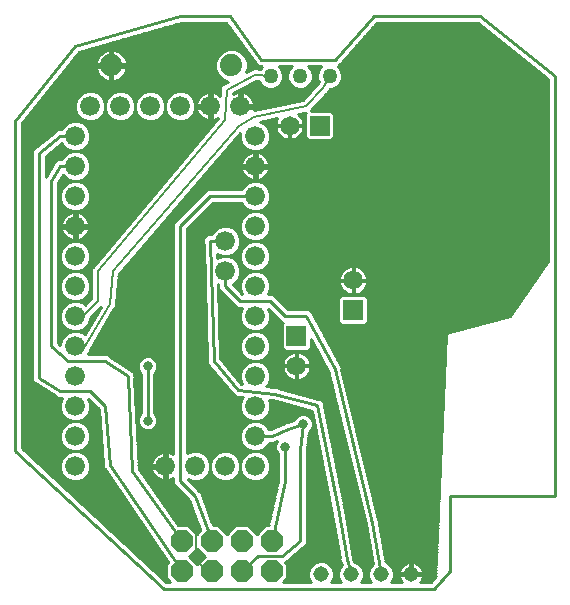
<source format=gbl>
G75*
%MOIN*%
%OFA0B0*%
%FSLAX25Y25*%
%IPPOS*%
%LPD*%
%AMOC8*
5,1,8,0,0,1.08239X$1,22.5*
%
%ADD10C,0.01000*%
%ADD11C,0.06600*%
%ADD12C,0.07400*%
%ADD13C,0.05150*%
%ADD14C,0.05000*%
%ADD15OC8,0.07200*%
%ADD16R,0.06500X0.06500*%
%ADD17C,0.06500*%
%ADD18C,0.00800*%
%ADD19C,0.03200*%
D10*
X0027908Y0029463D02*
X0041863Y0029463D01*
X0042538Y0028464D02*
X0028982Y0028464D01*
X0030057Y0027466D02*
X0043213Y0027466D01*
X0043888Y0026467D02*
X0031131Y0026467D01*
X0032206Y0025469D02*
X0044563Y0025469D01*
X0045238Y0024470D02*
X0033280Y0024470D01*
X0034355Y0023472D02*
X0045913Y0023472D01*
X0046588Y0022473D02*
X0035429Y0022473D01*
X0036504Y0021475D02*
X0047263Y0021475D01*
X0047938Y0020476D02*
X0037578Y0020476D01*
X0038653Y0019478D02*
X0048613Y0019478D01*
X0049288Y0018479D02*
X0039727Y0018479D01*
X0040802Y0017481D02*
X0049963Y0017481D01*
X0050638Y0016482D02*
X0041876Y0016482D01*
X0042950Y0015484D02*
X0051313Y0015484D01*
X0051988Y0014485D02*
X0044025Y0014485D01*
X0045099Y0013487D02*
X0051991Y0013487D01*
X0051700Y0013195D02*
X0051700Y0008805D01*
X0053305Y0007200D01*
X0051864Y0007200D01*
X0003700Y0051959D01*
X0003700Y0160228D01*
X0022779Y0184078D01*
X0056808Y0193800D01*
X0071880Y0193800D01*
X0081406Y0180709D01*
X0081406Y0180514D01*
X0081929Y0179991D01*
X0082364Y0179394D01*
X0082557Y0179363D01*
X0082695Y0179225D01*
X0083434Y0179225D01*
X0083874Y0179156D01*
X0083166Y0178448D01*
X0081917Y0178569D01*
X0081292Y0178763D01*
X0081078Y0178651D01*
X0080837Y0178674D01*
X0080331Y0178258D01*
X0078498Y0177293D01*
X0078987Y0178473D01*
X0078987Y0180621D01*
X0078165Y0182606D01*
X0076645Y0184125D01*
X0074661Y0184947D01*
X0072512Y0184947D01*
X0070528Y0184125D01*
X0069009Y0182606D01*
X0068187Y0180621D01*
X0068187Y0178473D01*
X0069009Y0176488D01*
X0070528Y0174969D01*
X0072512Y0174147D01*
X0072521Y0174147D01*
X0071531Y0173626D01*
X0071236Y0173641D01*
X0070788Y0173235D01*
X0070252Y0172953D01*
X0070165Y0172671D01*
X0069946Y0172474D01*
X0069916Y0171869D01*
X0069737Y0171292D01*
X0069874Y0171031D01*
X0069797Y0169491D01*
X0069627Y0169661D01*
X0069016Y0170105D01*
X0068343Y0170448D01*
X0067624Y0170682D01*
X0067000Y0170781D01*
X0067000Y0166500D01*
X0066000Y0166500D01*
X0066000Y0170781D01*
X0065376Y0170682D01*
X0064657Y0170448D01*
X0063984Y0170105D01*
X0063373Y0169661D01*
X0062839Y0169127D01*
X0062395Y0168516D01*
X0062052Y0167843D01*
X0061818Y0167124D01*
X0061719Y0166500D01*
X0066000Y0166500D01*
X0066000Y0165500D01*
X0067000Y0165500D01*
X0067000Y0161219D01*
X0067624Y0161318D01*
X0068343Y0161552D01*
X0069016Y0161895D01*
X0069200Y0162029D01*
X0027451Y0112421D01*
X0026900Y0111870D01*
X0026900Y0111766D01*
X0026833Y0111687D01*
X0026900Y0110910D01*
X0026900Y0101870D01*
X0024801Y0099770D01*
X0024332Y0100239D01*
X0022495Y0101000D01*
X0024332Y0101761D01*
X0025739Y0103168D01*
X0026500Y0105005D01*
X0026500Y0106995D01*
X0025739Y0108832D01*
X0024332Y0110239D01*
X0022495Y0111000D01*
X0024332Y0111761D01*
X0025739Y0113168D01*
X0026500Y0115005D01*
X0026500Y0116995D01*
X0025739Y0118832D01*
X0024332Y0120239D01*
X0022495Y0121000D01*
X0020505Y0121000D01*
X0018668Y0120239D01*
X0017261Y0118832D01*
X0016500Y0116995D01*
X0016500Y0115005D01*
X0017261Y0113168D01*
X0018668Y0111761D01*
X0020505Y0111000D01*
X0022495Y0111000D01*
X0020505Y0111000D01*
X0018668Y0110239D01*
X0017261Y0108832D01*
X0016500Y0106995D01*
X0016500Y0105005D01*
X0017261Y0103168D01*
X0018668Y0101761D01*
X0020505Y0101000D01*
X0022495Y0101000D01*
X0020505Y0101000D01*
X0018668Y0100239D01*
X0017261Y0098832D01*
X0016500Y0096995D01*
X0016500Y0095005D01*
X0017261Y0093168D01*
X0018668Y0091761D01*
X0020505Y0091000D01*
X0018668Y0090239D01*
X0017261Y0088832D01*
X0016500Y0086995D01*
X0016500Y0086246D01*
X0015700Y0086973D01*
X0015700Y0140391D01*
X0017327Y0143102D01*
X0018668Y0141761D01*
X0020505Y0141000D01*
X0018668Y0140239D01*
X0017261Y0138832D01*
X0016500Y0136995D01*
X0016500Y0135005D01*
X0017261Y0133168D01*
X0018668Y0131761D01*
X0020505Y0131000D01*
X0022495Y0131000D01*
X0024332Y0131761D01*
X0025739Y0133168D01*
X0026500Y0135005D01*
X0026500Y0136995D01*
X0025739Y0138832D01*
X0024332Y0140239D01*
X0022495Y0141000D01*
X0020505Y0141000D01*
X0022495Y0141000D01*
X0024332Y0141761D01*
X0025739Y0143168D01*
X0026500Y0145005D01*
X0026500Y0146995D01*
X0025739Y0148832D01*
X0024332Y0150239D01*
X0022495Y0151000D01*
X0024332Y0151761D01*
X0025739Y0153168D01*
X0026500Y0155005D01*
X0026500Y0156995D01*
X0025739Y0158832D01*
X0024332Y0160239D01*
X0022495Y0161000D01*
X0020505Y0161000D01*
X0018668Y0160239D01*
X0017261Y0158832D01*
X0016999Y0158200D01*
X0016631Y0158200D01*
X0015857Y0158293D01*
X0015739Y0158200D01*
X0015589Y0158200D01*
X0015037Y0157649D01*
X0008739Y0152700D01*
X0008589Y0152700D01*
X0008037Y0152149D01*
X0007424Y0151667D01*
X0007406Y0151518D01*
X0007300Y0151411D01*
X0007300Y0150631D01*
X0007207Y0149857D01*
X0007300Y0149739D01*
X0007300Y0076146D01*
X0007157Y0075923D01*
X0007300Y0075264D01*
X0007300Y0074589D01*
X0007487Y0074401D01*
X0007544Y0074142D01*
X0008112Y0073777D01*
X0008589Y0073300D01*
X0008854Y0073300D01*
X0015111Y0069277D01*
X0015589Y0068800D01*
X0015854Y0068800D01*
X0016077Y0068657D01*
X0016736Y0068800D01*
X0017248Y0068800D01*
X0016500Y0066995D01*
X0016500Y0065005D01*
X0017261Y0063168D01*
X0018668Y0061761D01*
X0020505Y0061000D01*
X0018668Y0060239D01*
X0017261Y0058832D01*
X0016500Y0056995D01*
X0016500Y0055005D01*
X0017261Y0053168D01*
X0018668Y0051761D01*
X0020505Y0051000D01*
X0022495Y0051000D01*
X0024332Y0051761D01*
X0025739Y0053168D01*
X0026500Y0055005D01*
X0026500Y0056995D01*
X0025739Y0058832D01*
X0024332Y0060239D01*
X0022495Y0061000D01*
X0020505Y0061000D01*
X0022495Y0061000D01*
X0024332Y0061761D01*
X0025739Y0063168D01*
X0026500Y0065005D01*
X0026500Y0066995D01*
X0025868Y0068521D01*
X0029369Y0065020D01*
X0030784Y0046627D01*
X0030667Y0046023D01*
X0030851Y0045750D01*
X0030876Y0045423D01*
X0031343Y0045022D01*
X0052392Y0013888D01*
X0051700Y0013195D01*
X0051700Y0012488D02*
X0046174Y0012488D01*
X0047248Y0011490D02*
X0051700Y0011490D01*
X0051700Y0010491D02*
X0048323Y0010491D01*
X0049397Y0009493D02*
X0051700Y0009493D01*
X0052011Y0008494D02*
X0050472Y0008494D01*
X0051546Y0007496D02*
X0053009Y0007496D01*
X0051000Y0005000D02*
X0001500Y0051000D01*
X0001500Y0161000D01*
X0021500Y0186000D01*
X0056500Y0196000D01*
X0073000Y0196000D01*
X0083606Y0181425D01*
X0108106Y0181425D01*
X0121000Y0196000D01*
X0156500Y0196000D01*
X0181500Y0176000D01*
X0181500Y0036000D01*
X0146500Y0036000D01*
X0146500Y0011000D01*
X0141000Y0005000D01*
X0051000Y0005000D01*
X0057000Y0011000D02*
X0033000Y0046500D01*
X0031500Y0066000D01*
X0026500Y0071000D01*
X0016500Y0071000D01*
X0009500Y0075500D01*
X0009500Y0150500D01*
X0016500Y0156000D01*
X0021500Y0156000D01*
X0019827Y0151281D02*
X0014055Y0151281D01*
X0012784Y0150283D02*
X0018774Y0150283D01*
X0018668Y0150239D02*
X0017261Y0148832D01*
X0017021Y0148253D01*
X0016850Y0148355D01*
X0016229Y0148200D01*
X0015589Y0148200D01*
X0015375Y0147987D01*
X0015082Y0147913D01*
X0014753Y0147364D01*
X0014300Y0146911D01*
X0014300Y0146609D01*
X0011753Y0142364D01*
X0011700Y0142311D01*
X0011700Y0149431D01*
X0017064Y0153645D01*
X0017261Y0153168D01*
X0018668Y0151761D01*
X0020505Y0151000D01*
X0022495Y0151000D01*
X0020505Y0151000D01*
X0018668Y0150239D01*
X0017713Y0149284D02*
X0011700Y0149284D01*
X0011700Y0148286D02*
X0016572Y0148286D01*
X0016967Y0148286D02*
X0017035Y0148286D01*
X0016500Y0146000D02*
X0013500Y0141000D01*
X0013500Y0086000D01*
X0019000Y0081000D01*
X0031500Y0081000D01*
X0039000Y0076000D01*
X0040500Y0044429D01*
X0057000Y0021000D01*
X0060976Y0017481D02*
X0063024Y0017481D01*
X0062026Y0018479D02*
X0061974Y0018479D01*
X0062000Y0018505D02*
X0064646Y0015859D01*
X0062141Y0013354D01*
X0059495Y0016000D01*
X0062000Y0018505D01*
X0059977Y0016482D02*
X0064023Y0016482D01*
X0064271Y0015484D02*
X0060012Y0015484D01*
X0061010Y0014485D02*
X0063273Y0014485D01*
X0062274Y0013487D02*
X0062009Y0013487D01*
X0067000Y0021000D02*
X0061500Y0036000D01*
X0056500Y0041000D01*
X0056500Y0126000D01*
X0066500Y0136000D01*
X0081500Y0136000D01*
X0079755Y0131311D02*
X0064922Y0131311D01*
X0063924Y0130312D02*
X0078846Y0130312D01*
X0078668Y0130239D02*
X0077261Y0128832D01*
X0076500Y0126995D01*
X0076500Y0125005D01*
X0077261Y0123168D01*
X0078668Y0121761D01*
X0080505Y0121000D01*
X0078668Y0120239D01*
X0077261Y0118832D01*
X0076500Y0116995D01*
X0076500Y0115005D01*
X0077261Y0113168D01*
X0078668Y0111761D01*
X0080505Y0111000D01*
X0082495Y0111000D01*
X0084332Y0111761D01*
X0085739Y0113168D01*
X0086500Y0115005D01*
X0086500Y0116995D01*
X0085739Y0118832D01*
X0084332Y0120239D01*
X0082495Y0121000D01*
X0080505Y0121000D01*
X0082495Y0121000D01*
X0084332Y0121761D01*
X0085739Y0123168D01*
X0086500Y0125005D01*
X0086500Y0126995D01*
X0085739Y0128832D01*
X0084332Y0130239D01*
X0082495Y0131000D01*
X0080505Y0131000D01*
X0078668Y0130239D01*
X0077743Y0129314D02*
X0062925Y0129314D01*
X0061927Y0128315D02*
X0077047Y0128315D01*
X0076634Y0127317D02*
X0060928Y0127317D01*
X0059930Y0126318D02*
X0076500Y0126318D01*
X0076500Y0125320D02*
X0074137Y0125320D01*
X0074332Y0125239D02*
X0072495Y0126000D01*
X0070505Y0126000D01*
X0068668Y0125239D01*
X0067261Y0123832D01*
X0067006Y0123216D01*
X0066467Y0123200D01*
X0065589Y0123200D01*
X0065562Y0123173D01*
X0065524Y0123172D01*
X0064922Y0122533D01*
X0064300Y0121911D01*
X0064300Y0121873D01*
X0064274Y0121846D01*
X0064300Y0120968D01*
X0064300Y0120089D01*
X0064327Y0120062D01*
X0065478Y0081104D01*
X0065410Y0080325D01*
X0065505Y0080211D01*
X0065509Y0080063D01*
X0066078Y0079527D01*
X0074138Y0069910D01*
X0074709Y0069215D01*
X0074722Y0069213D01*
X0074730Y0069203D01*
X0075628Y0069124D01*
X0077381Y0068952D01*
X0077261Y0068832D01*
X0076500Y0066995D01*
X0076500Y0065005D01*
X0077261Y0063168D01*
X0078668Y0061761D01*
X0080505Y0061000D01*
X0078668Y0060239D01*
X0077261Y0058832D01*
X0076500Y0056995D01*
X0076500Y0055005D01*
X0077261Y0053168D01*
X0078668Y0051761D01*
X0080505Y0051000D01*
X0078668Y0050239D01*
X0077261Y0048832D01*
X0076500Y0046995D01*
X0075739Y0048832D01*
X0074332Y0050239D01*
X0072495Y0051000D01*
X0070505Y0051000D01*
X0068668Y0050239D01*
X0067261Y0048832D01*
X0066500Y0046995D01*
X0066500Y0045005D01*
X0067261Y0043168D01*
X0068668Y0041761D01*
X0070505Y0041000D01*
X0072495Y0041000D01*
X0074332Y0041761D01*
X0075739Y0043168D01*
X0076500Y0045005D01*
X0076500Y0046995D01*
X0076500Y0045005D01*
X0077261Y0043168D01*
X0078668Y0041761D01*
X0080505Y0041000D01*
X0082495Y0041000D01*
X0084332Y0041761D01*
X0085739Y0043168D01*
X0086500Y0045005D01*
X0086500Y0046995D01*
X0085739Y0048832D01*
X0084332Y0050239D01*
X0082495Y0051000D01*
X0080505Y0051000D01*
X0082495Y0051000D01*
X0084332Y0051761D01*
X0085739Y0053168D01*
X0086001Y0053800D01*
X0086601Y0053800D01*
X0087081Y0053620D01*
X0087477Y0053800D01*
X0087911Y0053800D01*
X0088274Y0054162D01*
X0088696Y0054354D01*
X0088200Y0053156D01*
X0088200Y0051844D01*
X0088702Y0050631D01*
X0089300Y0050033D01*
X0089300Y0041244D01*
X0085938Y0026300D01*
X0084805Y0026300D01*
X0082000Y0023495D01*
X0079195Y0026300D01*
X0074805Y0026300D01*
X0072000Y0023495D01*
X0069195Y0026300D01*
X0067400Y0026300D01*
X0063700Y0036391D01*
X0063700Y0036911D01*
X0063399Y0037213D01*
X0063252Y0037613D01*
X0062779Y0037832D01*
X0058979Y0041632D01*
X0060505Y0041000D01*
X0062495Y0041000D01*
X0064332Y0041761D01*
X0065739Y0043168D01*
X0066500Y0045005D01*
X0066500Y0046995D01*
X0065739Y0048832D01*
X0064332Y0050239D01*
X0062495Y0051000D01*
X0060505Y0051000D01*
X0058700Y0050252D01*
X0058700Y0125089D01*
X0067411Y0133800D01*
X0076999Y0133800D01*
X0077261Y0133168D01*
X0078668Y0131761D01*
X0080505Y0131000D01*
X0082495Y0131000D01*
X0084332Y0131761D01*
X0085739Y0133168D01*
X0086500Y0135005D01*
X0086500Y0136995D01*
X0085739Y0138832D01*
X0084332Y0140239D01*
X0082495Y0141000D01*
X0080505Y0141000D01*
X0078668Y0140239D01*
X0077261Y0138832D01*
X0076999Y0138200D01*
X0065589Y0138200D01*
X0064300Y0136911D01*
X0054300Y0126911D01*
X0054300Y0049899D01*
X0054016Y0050105D01*
X0053343Y0050448D01*
X0052624Y0050682D01*
X0052000Y0050781D01*
X0052000Y0046500D01*
X0051000Y0046500D01*
X0051000Y0050781D01*
X0050376Y0050682D01*
X0049657Y0050448D01*
X0048984Y0050105D01*
X0048373Y0049661D01*
X0047839Y0049127D01*
X0047395Y0048516D01*
X0047052Y0047843D01*
X0046818Y0047124D01*
X0046719Y0046500D01*
X0051000Y0046500D01*
X0051000Y0045500D01*
X0052000Y0045500D01*
X0052000Y0041219D01*
X0052624Y0041318D01*
X0053343Y0041552D01*
X0054016Y0041895D01*
X0054300Y0042101D01*
X0054300Y0040089D01*
X0055589Y0038800D01*
X0059601Y0034787D01*
X0063275Y0024770D01*
X0062000Y0023495D01*
X0059195Y0026300D01*
X0055958Y0026300D01*
X0042667Y0045172D01*
X0041232Y0075382D01*
X0041336Y0075538D01*
X0041190Y0076269D01*
X0041154Y0077015D01*
X0041015Y0077141D01*
X0040979Y0077325D01*
X0040358Y0077739D01*
X0039806Y0078241D01*
X0039618Y0078232D01*
X0032902Y0082710D01*
X0032411Y0083200D01*
X0032166Y0083200D01*
X0031962Y0083336D01*
X0031282Y0083200D01*
X0025752Y0083200D01*
X0026113Y0084072D01*
X0026428Y0084297D01*
X0026508Y0084772D01*
X0034626Y0098622D01*
X0035013Y0098944D01*
X0035049Y0099343D01*
X0035252Y0099688D01*
X0035125Y0100175D01*
X0036030Y0110136D01*
X0076500Y0156870D01*
X0076500Y0155005D01*
X0077261Y0153168D01*
X0078668Y0151761D01*
X0080505Y0151000D01*
X0082495Y0151000D01*
X0084332Y0151761D01*
X0085739Y0153168D01*
X0086500Y0155005D01*
X0086500Y0156995D01*
X0085739Y0158832D01*
X0084332Y0160239D01*
X0083052Y0160769D01*
X0088913Y0161941D01*
X0088598Y0161323D01*
X0088367Y0160612D01*
X0088250Y0159874D01*
X0088250Y0159689D01*
X0092811Y0159689D01*
X0092811Y0159311D01*
X0093189Y0159311D01*
X0093189Y0159689D01*
X0097750Y0159689D01*
X0097750Y0159874D01*
X0097633Y0160612D01*
X0097402Y0161323D01*
X0097063Y0161990D01*
X0096623Y0162594D01*
X0096094Y0163123D01*
X0095820Y0163322D01*
X0098443Y0163847D01*
X0098050Y0163454D01*
X0098050Y0155546D01*
X0099046Y0154550D01*
X0106954Y0154550D01*
X0107950Y0155546D01*
X0107950Y0163454D01*
X0106954Y0164450D01*
X0099991Y0164450D01*
X0100157Y0164700D01*
X0105130Y0170125D01*
X0105373Y0170188D01*
X0105699Y0170746D01*
X0106136Y0171222D01*
X0106125Y0171473D01*
X0106316Y0171800D01*
X0107178Y0171800D01*
X0108722Y0172439D01*
X0109903Y0173621D01*
X0110543Y0175165D01*
X0110543Y0176835D01*
X0109903Y0178379D01*
X0109037Y0179245D01*
X0109073Y0179280D01*
X0109150Y0179285D01*
X0109710Y0179917D01*
X0110306Y0180514D01*
X0110306Y0180592D01*
X0121991Y0193800D01*
X0155728Y0193800D01*
X0179300Y0174943D01*
X0179300Y0114327D01*
X0166500Y0096000D01*
X0145000Y0090500D01*
X0141622Y0008934D01*
X0140032Y0007200D01*
X0136463Y0007200D01*
X0136608Y0007345D01*
X0136985Y0007864D01*
X0137276Y0008436D01*
X0137474Y0009046D01*
X0137575Y0009679D01*
X0137575Y0009713D01*
X0133787Y0009713D01*
X0133787Y0010287D01*
X0133213Y0010287D01*
X0133213Y0009713D01*
X0129425Y0009713D01*
X0129425Y0009679D01*
X0129526Y0009046D01*
X0129724Y0008436D01*
X0130015Y0007864D01*
X0130392Y0007345D01*
X0130537Y0007200D01*
X0126745Y0007200D01*
X0127124Y0007579D01*
X0127775Y0009150D01*
X0127775Y0010850D01*
X0127124Y0012421D01*
X0125921Y0013624D01*
X0125029Y0013994D01*
X0122811Y0026564D01*
X0122853Y0026633D01*
X0122654Y0027451D01*
X0122508Y0028280D01*
X0122442Y0028326D01*
X0110278Y0078443D01*
X0110368Y0078749D01*
X0110070Y0079298D01*
X0109923Y0079904D01*
X0109651Y0080070D01*
X0100700Y0096559D01*
X0100700Y0096911D01*
X0100281Y0097330D01*
X0099999Y0097850D01*
X0099661Y0097951D01*
X0099411Y0098200D01*
X0098819Y0098200D01*
X0098251Y0098368D01*
X0097941Y0098200D01*
X0092411Y0098200D01*
X0087411Y0103200D01*
X0085752Y0103200D01*
X0086500Y0105005D01*
X0086500Y0106995D01*
X0085739Y0108832D01*
X0084332Y0110239D01*
X0082495Y0111000D01*
X0080505Y0111000D01*
X0078668Y0110239D01*
X0077261Y0108832D01*
X0076500Y0106995D01*
X0076500Y0105005D01*
X0077132Y0103479D01*
X0073991Y0106620D01*
X0074332Y0106761D01*
X0075739Y0108168D01*
X0076500Y0110005D01*
X0076500Y0111995D01*
X0075739Y0113832D01*
X0074332Y0115239D01*
X0072495Y0116000D01*
X0074332Y0116761D01*
X0075739Y0118168D01*
X0076500Y0120005D01*
X0076500Y0121995D01*
X0075739Y0123832D01*
X0074332Y0125239D01*
X0075250Y0124321D02*
X0076783Y0124321D01*
X0077197Y0123323D02*
X0075950Y0123323D01*
X0076363Y0122324D02*
X0078105Y0122324D01*
X0076500Y0121326D02*
X0079719Y0121326D01*
X0078881Y0120327D02*
X0076500Y0120327D01*
X0076220Y0119329D02*
X0077758Y0119329D01*
X0077053Y0118330D02*
X0075806Y0118330D01*
X0076640Y0117332D02*
X0074903Y0117332D01*
X0076500Y0116333D02*
X0073299Y0116333D01*
X0072495Y0116000D02*
X0070505Y0116000D01*
X0068828Y0116695D01*
X0068869Y0115322D01*
X0070505Y0116000D01*
X0072495Y0116000D01*
X0074101Y0115335D02*
X0076500Y0115335D01*
X0076777Y0114336D02*
X0075235Y0114336D01*
X0075944Y0113338D02*
X0077191Y0113338D01*
X0076357Y0112339D02*
X0078090Y0112339D01*
X0076500Y0111341D02*
X0079683Y0111341D01*
X0078917Y0110342D02*
X0076500Y0110342D01*
X0076226Y0109344D02*
X0077773Y0109344D01*
X0077059Y0108345D02*
X0075812Y0108345D01*
X0076646Y0107347D02*
X0074918Y0107347D01*
X0074263Y0106348D02*
X0076500Y0106348D01*
X0076500Y0105350D02*
X0075262Y0105350D01*
X0076260Y0104351D02*
X0076771Y0104351D01*
X0076500Y0101000D02*
X0086500Y0101000D01*
X0091500Y0096000D01*
X0098500Y0096000D01*
X0108000Y0078500D01*
X0120500Y0027000D01*
X0123500Y0010000D01*
X0126059Y0013487D02*
X0131367Y0013487D01*
X0131364Y0013485D02*
X0130845Y0013108D01*
X0130392Y0012655D01*
X0130015Y0012136D01*
X0129724Y0011564D01*
X0129526Y0010954D01*
X0129425Y0010321D01*
X0129425Y0010287D01*
X0133213Y0010287D01*
X0133213Y0014075D01*
X0133179Y0014075D01*
X0132546Y0013974D01*
X0131936Y0013776D01*
X0131364Y0013485D01*
X0130271Y0012488D02*
X0127057Y0012488D01*
X0127510Y0011490D02*
X0129699Y0011490D01*
X0129452Y0010491D02*
X0127775Y0010491D01*
X0127775Y0009493D02*
X0129455Y0009493D01*
X0129705Y0008494D02*
X0127503Y0008494D01*
X0127041Y0007496D02*
X0130283Y0007496D01*
X0133213Y0010491D02*
X0133787Y0010491D01*
X0133787Y0010287D02*
X0133787Y0014075D01*
X0133821Y0014075D01*
X0134454Y0013974D01*
X0135064Y0013776D01*
X0135636Y0013485D01*
X0136155Y0013108D01*
X0136608Y0012655D01*
X0136985Y0012136D01*
X0137276Y0011564D01*
X0137474Y0010954D01*
X0137575Y0010321D01*
X0137575Y0010287D01*
X0133787Y0010287D01*
X0133787Y0011490D02*
X0133213Y0011490D01*
X0133213Y0012488D02*
X0133787Y0012488D01*
X0133787Y0013487D02*
X0133213Y0013487D01*
X0135633Y0013487D02*
X0141810Y0013487D01*
X0141851Y0014485D02*
X0124942Y0014485D01*
X0124766Y0015484D02*
X0141893Y0015484D01*
X0141934Y0016482D02*
X0124590Y0016482D01*
X0124414Y0017481D02*
X0141976Y0017481D01*
X0142017Y0018479D02*
X0124238Y0018479D01*
X0124061Y0019478D02*
X0142058Y0019478D01*
X0142100Y0020476D02*
X0123885Y0020476D01*
X0123709Y0021475D02*
X0142141Y0021475D01*
X0142182Y0022473D02*
X0123533Y0022473D01*
X0123357Y0023472D02*
X0142224Y0023472D01*
X0142265Y0024470D02*
X0123180Y0024470D01*
X0123004Y0025469D02*
X0142306Y0025469D01*
X0142348Y0026467D02*
X0122828Y0026467D01*
X0122652Y0027466D02*
X0142389Y0027466D01*
X0142430Y0028464D02*
X0122408Y0028464D01*
X0122166Y0029463D02*
X0142472Y0029463D01*
X0142513Y0030461D02*
X0121924Y0030461D01*
X0121681Y0031460D02*
X0142555Y0031460D01*
X0142596Y0032458D02*
X0121439Y0032458D01*
X0121197Y0033457D02*
X0142637Y0033457D01*
X0142679Y0034455D02*
X0120954Y0034455D01*
X0120712Y0035454D02*
X0142720Y0035454D01*
X0142761Y0036452D02*
X0120470Y0036452D01*
X0120227Y0037451D02*
X0142803Y0037451D01*
X0142844Y0038449D02*
X0119985Y0038449D01*
X0119743Y0039448D02*
X0142885Y0039448D01*
X0142927Y0040446D02*
X0119500Y0040446D01*
X0119258Y0041445D02*
X0142968Y0041445D01*
X0143009Y0042443D02*
X0119015Y0042443D01*
X0118773Y0043442D02*
X0143051Y0043442D01*
X0143092Y0044440D02*
X0118531Y0044440D01*
X0118288Y0045439D02*
X0143134Y0045439D01*
X0143175Y0046437D02*
X0118046Y0046437D01*
X0117804Y0047436D02*
X0143216Y0047436D01*
X0143258Y0048434D02*
X0117561Y0048434D01*
X0117319Y0049433D02*
X0143299Y0049433D01*
X0143340Y0050432D02*
X0117077Y0050432D01*
X0116834Y0051430D02*
X0143382Y0051430D01*
X0143423Y0052429D02*
X0116592Y0052429D01*
X0116350Y0053427D02*
X0143464Y0053427D01*
X0143506Y0054426D02*
X0116107Y0054426D01*
X0115865Y0055424D02*
X0143547Y0055424D01*
X0143589Y0056423D02*
X0115622Y0056423D01*
X0115380Y0057421D02*
X0143630Y0057421D01*
X0143671Y0058420D02*
X0115138Y0058420D01*
X0114895Y0059418D02*
X0143713Y0059418D01*
X0143754Y0060417D02*
X0114653Y0060417D01*
X0114411Y0061415D02*
X0143795Y0061415D01*
X0143837Y0062414D02*
X0114168Y0062414D01*
X0113926Y0063412D02*
X0143878Y0063412D01*
X0143919Y0064411D02*
X0113684Y0064411D01*
X0113441Y0065409D02*
X0143961Y0065409D01*
X0144002Y0066408D02*
X0113199Y0066408D01*
X0112957Y0067406D02*
X0144043Y0067406D01*
X0144085Y0068405D02*
X0112714Y0068405D01*
X0112472Y0069403D02*
X0144126Y0069403D01*
X0144168Y0070402D02*
X0112229Y0070402D01*
X0111987Y0071400D02*
X0144209Y0071400D01*
X0144250Y0072399D02*
X0111745Y0072399D01*
X0111502Y0073397D02*
X0144292Y0073397D01*
X0144333Y0074396D02*
X0111260Y0074396D01*
X0111018Y0075394D02*
X0144374Y0075394D01*
X0144416Y0076393D02*
X0110775Y0076393D01*
X0110533Y0077391D02*
X0144457Y0077391D01*
X0144498Y0078390D02*
X0110291Y0078390D01*
X0110048Y0079388D02*
X0144540Y0079388D01*
X0144581Y0080387D02*
X0109479Y0080387D01*
X0108937Y0081385D02*
X0144622Y0081385D01*
X0144664Y0082384D02*
X0108395Y0082384D01*
X0107853Y0083382D02*
X0144705Y0083382D01*
X0144747Y0084381D02*
X0107311Y0084381D01*
X0106769Y0085379D02*
X0144788Y0085379D01*
X0144829Y0086378D02*
X0106227Y0086378D01*
X0105685Y0087376D02*
X0144871Y0087376D01*
X0144912Y0088375D02*
X0105143Y0088375D01*
X0104601Y0089373D02*
X0144953Y0089373D01*
X0144995Y0090372D02*
X0104058Y0090372D01*
X0103516Y0091370D02*
X0148403Y0091370D01*
X0152306Y0092369D02*
X0102974Y0092369D01*
X0102432Y0093368D02*
X0109827Y0093368D01*
X0110219Y0092975D02*
X0109223Y0093971D01*
X0109223Y0101879D01*
X0110219Y0102875D01*
X0118127Y0102875D01*
X0119123Y0101879D01*
X0119123Y0093971D01*
X0118127Y0092975D01*
X0110219Y0092975D01*
X0109223Y0094366D02*
X0101890Y0094366D01*
X0101348Y0095365D02*
X0109223Y0095365D01*
X0109223Y0096363D02*
X0100806Y0096363D01*
X0100264Y0097362D02*
X0109223Y0097362D01*
X0109223Y0098360D02*
X0098279Y0098360D01*
X0098236Y0098360D02*
X0092251Y0098360D01*
X0091253Y0099359D02*
X0109223Y0099359D01*
X0109223Y0100357D02*
X0090254Y0100357D01*
X0089256Y0101356D02*
X0109223Y0101356D01*
X0109698Y0102354D02*
X0088257Y0102354D01*
X0085815Y0103353D02*
X0112875Y0103353D01*
X0113061Y0103292D02*
X0113799Y0103175D01*
X0113984Y0103175D01*
X0113984Y0107736D01*
X0109423Y0107736D01*
X0109423Y0107551D01*
X0109540Y0106813D01*
X0109771Y0106102D01*
X0110111Y0105436D01*
X0110550Y0104831D01*
X0111079Y0104302D01*
X0111684Y0103863D01*
X0112350Y0103523D01*
X0113061Y0103292D01*
X0113984Y0103353D02*
X0114362Y0103353D01*
X0114362Y0103175D02*
X0114547Y0103175D01*
X0115286Y0103292D01*
X0115997Y0103523D01*
X0116663Y0103863D01*
X0117268Y0104302D01*
X0117796Y0104831D01*
X0118236Y0105436D01*
X0118575Y0106102D01*
X0118806Y0106813D01*
X0118923Y0107551D01*
X0118923Y0107736D01*
X0114362Y0107736D01*
X0114362Y0103175D01*
X0115472Y0103353D02*
X0171635Y0103353D01*
X0172333Y0104351D02*
X0117317Y0104351D01*
X0118173Y0105350D02*
X0173030Y0105350D01*
X0173728Y0106348D02*
X0118655Y0106348D01*
X0118891Y0107347D02*
X0174425Y0107347D01*
X0175122Y0108345D02*
X0118916Y0108345D01*
X0118923Y0108299D02*
X0118806Y0109037D01*
X0118575Y0109749D01*
X0118236Y0110415D01*
X0117796Y0111020D01*
X0117268Y0111548D01*
X0116663Y0111988D01*
X0115997Y0112327D01*
X0115286Y0112558D01*
X0114547Y0112675D01*
X0114362Y0112675D01*
X0114362Y0108114D01*
X0113984Y0108114D01*
X0113984Y0107736D01*
X0114362Y0107736D01*
X0114362Y0108114D01*
X0118923Y0108114D01*
X0118923Y0108299D01*
X0118707Y0109344D02*
X0175820Y0109344D01*
X0176517Y0110342D02*
X0118273Y0110342D01*
X0117475Y0111341D02*
X0177215Y0111341D01*
X0177912Y0112339D02*
X0115960Y0112339D01*
X0114362Y0112339D02*
X0113984Y0112339D01*
X0113984Y0112675D02*
X0113799Y0112675D01*
X0113061Y0112558D01*
X0112350Y0112327D01*
X0111684Y0111988D01*
X0111079Y0111548D01*
X0110550Y0111020D01*
X0110111Y0110415D01*
X0109771Y0109749D01*
X0109540Y0109037D01*
X0109423Y0108299D01*
X0109423Y0108114D01*
X0113984Y0108114D01*
X0113984Y0112675D01*
X0113984Y0111341D02*
X0114362Y0111341D01*
X0114362Y0110342D02*
X0113984Y0110342D01*
X0113984Y0109344D02*
X0114362Y0109344D01*
X0114362Y0108345D02*
X0113984Y0108345D01*
X0113984Y0107347D02*
X0114362Y0107347D01*
X0114362Y0106348D02*
X0113984Y0106348D01*
X0113984Y0105350D02*
X0114362Y0105350D01*
X0114362Y0104351D02*
X0113984Y0104351D01*
X0111030Y0104351D02*
X0086229Y0104351D01*
X0086500Y0105350D02*
X0110173Y0105350D01*
X0109691Y0106348D02*
X0086500Y0106348D01*
X0086354Y0107347D02*
X0109456Y0107347D01*
X0109431Y0108345D02*
X0085941Y0108345D01*
X0085227Y0109344D02*
X0109640Y0109344D01*
X0110074Y0110342D02*
X0084083Y0110342D01*
X0083317Y0111341D02*
X0110871Y0111341D01*
X0112387Y0112339D02*
X0084910Y0112339D01*
X0085809Y0113338D02*
X0178609Y0113338D01*
X0179300Y0114336D02*
X0086223Y0114336D01*
X0086500Y0115335D02*
X0179300Y0115335D01*
X0179300Y0116333D02*
X0086500Y0116333D01*
X0086360Y0117332D02*
X0179300Y0117332D01*
X0179300Y0118330D02*
X0085947Y0118330D01*
X0085242Y0119329D02*
X0179300Y0119329D01*
X0179300Y0120327D02*
X0084119Y0120327D01*
X0083281Y0121326D02*
X0179300Y0121326D01*
X0179300Y0122324D02*
X0084895Y0122324D01*
X0085803Y0123323D02*
X0179300Y0123323D01*
X0179300Y0124321D02*
X0086217Y0124321D01*
X0086500Y0125320D02*
X0179300Y0125320D01*
X0179300Y0126318D02*
X0086500Y0126318D01*
X0086366Y0127317D02*
X0179300Y0127317D01*
X0179300Y0128315D02*
X0085953Y0128315D01*
X0085257Y0129314D02*
X0179300Y0129314D01*
X0179300Y0130312D02*
X0084154Y0130312D01*
X0083245Y0131311D02*
X0179300Y0131311D01*
X0179300Y0132309D02*
X0084881Y0132309D01*
X0085797Y0133308D02*
X0179300Y0133308D01*
X0179300Y0134306D02*
X0086210Y0134306D01*
X0086500Y0135305D02*
X0179300Y0135305D01*
X0179300Y0136303D02*
X0086500Y0136303D01*
X0086373Y0137302D02*
X0179300Y0137302D01*
X0179300Y0138301D02*
X0085959Y0138301D01*
X0085272Y0139299D02*
X0179300Y0139299D01*
X0179300Y0140298D02*
X0084190Y0140298D01*
X0083343Y0141552D02*
X0084016Y0141895D01*
X0084627Y0142339D01*
X0085161Y0142873D01*
X0085605Y0143484D01*
X0085948Y0144157D01*
X0086182Y0144876D01*
X0086281Y0145500D01*
X0082000Y0145500D01*
X0082000Y0146500D01*
X0086281Y0146500D01*
X0086182Y0147124D01*
X0085948Y0147843D01*
X0085605Y0148516D01*
X0085161Y0149127D01*
X0084627Y0149661D01*
X0084016Y0150105D01*
X0083343Y0150448D01*
X0082624Y0150682D01*
X0082000Y0150781D01*
X0082000Y0146500D01*
X0081000Y0146500D01*
X0081000Y0150781D01*
X0080376Y0150682D01*
X0079657Y0150448D01*
X0078984Y0150105D01*
X0078373Y0149661D01*
X0077839Y0149127D01*
X0077395Y0148516D01*
X0077052Y0147843D01*
X0076818Y0147124D01*
X0076719Y0146500D01*
X0081000Y0146500D01*
X0081000Y0145500D01*
X0082000Y0145500D01*
X0082000Y0141219D01*
X0082624Y0141318D01*
X0083343Y0141552D01*
X0082484Y0141296D02*
X0179300Y0141296D01*
X0179300Y0142295D02*
X0084566Y0142295D01*
X0085466Y0143293D02*
X0179300Y0143293D01*
X0179300Y0144292D02*
X0085992Y0144292D01*
X0086247Y0145290D02*
X0179300Y0145290D01*
X0179300Y0146289D02*
X0082000Y0146289D01*
X0082000Y0147287D02*
X0081000Y0147287D01*
X0081000Y0146289D02*
X0067337Y0146289D01*
X0068202Y0147287D02*
X0076871Y0147287D01*
X0077277Y0148286D02*
X0069067Y0148286D01*
X0069931Y0149284D02*
X0077996Y0149284D01*
X0079332Y0150283D02*
X0070796Y0150283D01*
X0071661Y0151281D02*
X0079827Y0151281D01*
X0081000Y0150283D02*
X0082000Y0150283D01*
X0082000Y0149284D02*
X0081000Y0149284D01*
X0081000Y0148286D02*
X0082000Y0148286D01*
X0083668Y0150283D02*
X0179300Y0150283D01*
X0179300Y0151281D02*
X0083173Y0151281D01*
X0084851Y0152280D02*
X0179300Y0152280D01*
X0179300Y0153278D02*
X0085785Y0153278D01*
X0086198Y0154277D02*
X0179300Y0154277D01*
X0179300Y0155275D02*
X0107679Y0155275D01*
X0107950Y0156274D02*
X0179300Y0156274D01*
X0179300Y0157272D02*
X0107950Y0157272D01*
X0107950Y0158271D02*
X0179300Y0158271D01*
X0179300Y0159269D02*
X0107950Y0159269D01*
X0107950Y0160268D02*
X0179300Y0160268D01*
X0179300Y0161266D02*
X0107950Y0161266D01*
X0107950Y0162265D02*
X0179300Y0162265D01*
X0179300Y0163263D02*
X0107950Y0163263D01*
X0107142Y0164262D02*
X0179300Y0164262D01*
X0179300Y0165260D02*
X0100671Y0165260D01*
X0101586Y0166259D02*
X0179300Y0166259D01*
X0179300Y0167257D02*
X0102501Y0167257D01*
X0103417Y0168256D02*
X0179300Y0168256D01*
X0179300Y0169254D02*
X0104332Y0169254D01*
X0105410Y0170253D02*
X0179300Y0170253D01*
X0179300Y0171251D02*
X0106135Y0171251D01*
X0102301Y0173254D02*
X0102672Y0173887D01*
X0102143Y0175165D01*
X0102143Y0176835D01*
X0102782Y0178379D01*
X0103628Y0179225D01*
X0099214Y0179225D01*
X0100061Y0178379D01*
X0100700Y0176835D01*
X0100700Y0175165D01*
X0100061Y0173621D01*
X0098879Y0172439D01*
X0097335Y0171800D01*
X0095665Y0171800D01*
X0094121Y0172439D01*
X0092939Y0173621D01*
X0092300Y0175165D01*
X0092300Y0176835D01*
X0092939Y0178379D01*
X0093786Y0179225D01*
X0089372Y0179225D01*
X0090218Y0178379D01*
X0090857Y0176835D01*
X0090857Y0175165D01*
X0090218Y0173621D01*
X0089037Y0172439D01*
X0087493Y0171800D01*
X0085822Y0171800D01*
X0084278Y0172439D01*
X0083097Y0173621D01*
X0082832Y0174261D01*
X0081922Y0174349D01*
X0074038Y0170199D01*
X0074034Y0170131D01*
X0074657Y0170448D01*
X0075376Y0170682D01*
X0076000Y0170781D01*
X0076000Y0166500D01*
X0077000Y0166500D01*
X0077000Y0170781D01*
X0077624Y0170682D01*
X0078343Y0170448D01*
X0079016Y0170105D01*
X0079627Y0169661D01*
X0080161Y0169127D01*
X0080605Y0168516D01*
X0080948Y0167843D01*
X0081182Y0167124D01*
X0081281Y0166500D01*
X0077000Y0166500D01*
X0077000Y0165500D01*
X0081281Y0165500D01*
X0081182Y0164876D01*
X0081113Y0164664D01*
X0097416Y0167925D01*
X0102301Y0173254D01*
X0102296Y0173248D02*
X0099688Y0173248D01*
X0100320Y0174247D02*
X0102523Y0174247D01*
X0102143Y0175245D02*
X0100700Y0175245D01*
X0100700Y0176244D02*
X0102143Y0176244D01*
X0102311Y0177242D02*
X0100531Y0177242D01*
X0100118Y0178241D02*
X0102725Y0178241D01*
X0109043Y0179239D02*
X0173929Y0179239D01*
X0175177Y0178241D02*
X0109960Y0178241D01*
X0110374Y0177242D02*
X0176425Y0177242D01*
X0177673Y0176244D02*
X0110543Y0176244D01*
X0110543Y0175245D02*
X0178921Y0175245D01*
X0179300Y0174247D02*
X0110162Y0174247D01*
X0109531Y0173248D02*
X0179300Y0173248D01*
X0179300Y0172250D02*
X0108264Y0172250D01*
X0101380Y0172250D02*
X0098422Y0172250D01*
X0100465Y0171251D02*
X0076037Y0171251D01*
X0076000Y0170253D02*
X0077000Y0170253D01*
X0077000Y0169254D02*
X0076000Y0169254D01*
X0076000Y0168256D02*
X0077000Y0168256D01*
X0077000Y0167257D02*
X0076000Y0167257D01*
X0077000Y0166259D02*
X0089086Y0166259D01*
X0088579Y0161266D02*
X0085539Y0161266D01*
X0084262Y0160268D02*
X0088312Y0160268D01*
X0088250Y0159311D02*
X0088250Y0159126D01*
X0088367Y0158388D01*
X0088598Y0157677D01*
X0088937Y0157010D01*
X0089377Y0156406D01*
X0089906Y0155877D01*
X0090510Y0155437D01*
X0091177Y0155098D01*
X0091888Y0154867D01*
X0092626Y0154750D01*
X0092811Y0154750D01*
X0092811Y0159311D01*
X0088250Y0159311D01*
X0088250Y0159269D02*
X0085302Y0159269D01*
X0085971Y0158271D02*
X0088405Y0158271D01*
X0088804Y0157272D02*
X0086385Y0157272D01*
X0086500Y0156274D02*
X0089509Y0156274D01*
X0090829Y0155275D02*
X0086500Y0155275D01*
X0085004Y0149284D02*
X0179300Y0149284D01*
X0179300Y0148286D02*
X0085723Y0148286D01*
X0086129Y0147287D02*
X0179300Y0147287D01*
X0172681Y0180238D02*
X0110030Y0180238D01*
X0110877Y0181237D02*
X0171433Y0181237D01*
X0170184Y0182235D02*
X0111760Y0182235D01*
X0112643Y0183234D02*
X0168936Y0183234D01*
X0167688Y0184232D02*
X0113527Y0184232D01*
X0114410Y0185231D02*
X0166440Y0185231D01*
X0165192Y0186229D02*
X0115293Y0186229D01*
X0116177Y0187228D02*
X0163944Y0187228D01*
X0162696Y0188226D02*
X0117060Y0188226D01*
X0117943Y0189225D02*
X0161448Y0189225D01*
X0160199Y0190223D02*
X0118827Y0190223D01*
X0119710Y0191222D02*
X0158951Y0191222D01*
X0157703Y0192220D02*
X0120593Y0192220D01*
X0121477Y0193219D02*
X0156455Y0193219D01*
X0099550Y0170253D02*
X0078726Y0170253D01*
X0080034Y0169254D02*
X0098634Y0169254D01*
X0097719Y0168256D02*
X0080738Y0168256D01*
X0081138Y0167257D02*
X0094079Y0167257D01*
X0095901Y0163263D02*
X0098050Y0163263D01*
X0098050Y0162265D02*
X0096863Y0162265D01*
X0097421Y0161266D02*
X0098050Y0161266D01*
X0098050Y0160268D02*
X0097688Y0160268D01*
X0097750Y0159311D02*
X0093189Y0159311D01*
X0093189Y0154750D01*
X0093374Y0154750D01*
X0094112Y0154867D01*
X0094823Y0155098D01*
X0095490Y0155437D01*
X0096094Y0155877D01*
X0096623Y0156406D01*
X0097063Y0157010D01*
X0097402Y0157677D01*
X0097633Y0158388D01*
X0097750Y0159126D01*
X0097750Y0159311D01*
X0097750Y0159269D02*
X0098050Y0159269D01*
X0098050Y0158271D02*
X0097595Y0158271D01*
X0097196Y0157272D02*
X0098050Y0157272D01*
X0098050Y0156274D02*
X0096491Y0156274D01*
X0095171Y0155275D02*
X0098321Y0155275D01*
X0093189Y0155275D02*
X0092811Y0155275D01*
X0092811Y0156274D02*
X0093189Y0156274D01*
X0093189Y0157272D02*
X0092811Y0157272D01*
X0092811Y0158271D02*
X0093189Y0158271D01*
X0093189Y0159269D02*
X0092811Y0159269D01*
X0084094Y0165260D02*
X0081243Y0165260D01*
X0077934Y0172250D02*
X0084736Y0172250D01*
X0083469Y0173248D02*
X0079831Y0173248D01*
X0081728Y0174247D02*
X0082838Y0174247D01*
X0080299Y0178241D02*
X0078890Y0178241D01*
X0078987Y0179239D02*
X0082681Y0179239D01*
X0081682Y0180238D02*
X0078987Y0180238D01*
X0078732Y0181237D02*
X0081023Y0181237D01*
X0080296Y0182235D02*
X0078318Y0182235D01*
X0077537Y0183234D02*
X0079569Y0183234D01*
X0078843Y0184232D02*
X0076387Y0184232D01*
X0078116Y0185231D02*
X0026815Y0185231D01*
X0029620Y0182935D02*
X0029139Y0182273D01*
X0028768Y0181543D01*
X0028515Y0180765D01*
X0028387Y0179956D01*
X0028387Y0179933D01*
X0033201Y0179933D01*
X0033201Y0184747D01*
X0033177Y0184747D01*
X0032369Y0184619D01*
X0031591Y0184366D01*
X0030861Y0183995D01*
X0030199Y0183514D01*
X0029620Y0182935D01*
X0029919Y0183234D02*
X0022104Y0183234D01*
X0021305Y0182235D02*
X0029120Y0182235D01*
X0028668Y0181237D02*
X0020507Y0181237D01*
X0019708Y0180238D02*
X0028431Y0180238D01*
X0028387Y0179161D02*
X0028387Y0179138D01*
X0028515Y0178330D01*
X0028768Y0177551D01*
X0029139Y0176822D01*
X0029620Y0176160D01*
X0030199Y0175581D01*
X0030861Y0175100D01*
X0031591Y0174728D01*
X0032369Y0174475D01*
X0033177Y0174347D01*
X0033201Y0174347D01*
X0033201Y0179161D01*
X0033972Y0179161D01*
X0033972Y0174347D01*
X0033996Y0174347D01*
X0034804Y0174475D01*
X0035583Y0174728D01*
X0036312Y0175100D01*
X0036974Y0175581D01*
X0037553Y0176160D01*
X0038034Y0176822D01*
X0038406Y0177551D01*
X0038659Y0178330D01*
X0038787Y0179138D01*
X0038787Y0179161D01*
X0033973Y0179161D01*
X0033973Y0179933D01*
X0038787Y0179933D01*
X0038787Y0179956D01*
X0038659Y0180765D01*
X0038406Y0181543D01*
X0038034Y0182273D01*
X0037553Y0182935D01*
X0036974Y0183514D01*
X0036312Y0183995D01*
X0035583Y0184366D01*
X0034804Y0184619D01*
X0033996Y0184747D01*
X0033972Y0184747D01*
X0033972Y0179933D01*
X0033201Y0179933D01*
X0033201Y0179161D01*
X0028387Y0179161D01*
X0028543Y0178241D02*
X0018110Y0178241D01*
X0017311Y0177242D02*
X0028925Y0177242D01*
X0029559Y0176244D02*
X0016513Y0176244D01*
X0015714Y0175245D02*
X0030661Y0175245D01*
X0033201Y0175245D02*
X0033972Y0175245D01*
X0033972Y0176244D02*
X0033201Y0176244D01*
X0033201Y0177242D02*
X0033972Y0177242D01*
X0033972Y0178241D02*
X0033201Y0178241D01*
X0033201Y0179239D02*
X0018909Y0179239D01*
X0014915Y0174247D02*
X0072272Y0174247D01*
X0070802Y0173248D02*
X0014116Y0173248D01*
X0013317Y0172250D02*
X0069935Y0172250D01*
X0069758Y0171251D02*
X0012518Y0171251D01*
X0011720Y0170253D02*
X0023702Y0170253D01*
X0023668Y0170239D02*
X0022261Y0168832D01*
X0021500Y0166995D01*
X0021500Y0165005D01*
X0022261Y0163168D01*
X0023668Y0161761D01*
X0025505Y0161000D01*
X0027495Y0161000D01*
X0029332Y0161761D01*
X0030739Y0163168D01*
X0031500Y0165005D01*
X0031500Y0166995D01*
X0030739Y0168832D01*
X0029332Y0170239D01*
X0027495Y0171000D01*
X0025505Y0171000D01*
X0023668Y0170239D01*
X0022683Y0169254D02*
X0010921Y0169254D01*
X0010122Y0168256D02*
X0022022Y0168256D01*
X0021609Y0167257D02*
X0009323Y0167257D01*
X0008524Y0166259D02*
X0021500Y0166259D01*
X0021500Y0165260D02*
X0007726Y0165260D01*
X0006927Y0164262D02*
X0021808Y0164262D01*
X0022222Y0163263D02*
X0006128Y0163263D01*
X0005329Y0162265D02*
X0023164Y0162265D01*
X0024863Y0161266D02*
X0004530Y0161266D01*
X0003732Y0160268D02*
X0018738Y0160268D01*
X0017698Y0159269D02*
X0003700Y0159269D01*
X0003700Y0158271D02*
X0015829Y0158271D01*
X0016042Y0158271D02*
X0017029Y0158271D01*
X0014558Y0157272D02*
X0003700Y0157272D01*
X0003700Y0156274D02*
X0013287Y0156274D01*
X0012017Y0155275D02*
X0003700Y0155275D01*
X0003700Y0154277D02*
X0010746Y0154277D01*
X0009475Y0153278D02*
X0003700Y0153278D01*
X0003700Y0152280D02*
X0008168Y0152280D01*
X0007300Y0151281D02*
X0003700Y0151281D01*
X0003700Y0150283D02*
X0007258Y0150283D01*
X0007300Y0149284D02*
X0003700Y0149284D01*
X0003700Y0148286D02*
X0007300Y0148286D01*
X0007300Y0147287D02*
X0003700Y0147287D01*
X0003700Y0146289D02*
X0007300Y0146289D01*
X0007300Y0145290D02*
X0003700Y0145290D01*
X0003700Y0144292D02*
X0007300Y0144292D01*
X0007300Y0143293D02*
X0003700Y0143293D01*
X0003700Y0142295D02*
X0007300Y0142295D01*
X0007300Y0141296D02*
X0003700Y0141296D01*
X0003700Y0140298D02*
X0007300Y0140298D01*
X0007300Y0139299D02*
X0003700Y0139299D01*
X0003700Y0138301D02*
X0007300Y0138301D01*
X0007300Y0137302D02*
X0003700Y0137302D01*
X0003700Y0136303D02*
X0007300Y0136303D01*
X0007300Y0135305D02*
X0003700Y0135305D01*
X0003700Y0134306D02*
X0007300Y0134306D01*
X0007300Y0133308D02*
X0003700Y0133308D01*
X0003700Y0132309D02*
X0007300Y0132309D01*
X0007300Y0131311D02*
X0003700Y0131311D01*
X0003700Y0130312D02*
X0007300Y0130312D01*
X0007300Y0129314D02*
X0003700Y0129314D01*
X0003700Y0128315D02*
X0007300Y0128315D01*
X0007300Y0127317D02*
X0003700Y0127317D01*
X0003700Y0126318D02*
X0007300Y0126318D01*
X0007300Y0125320D02*
X0003700Y0125320D01*
X0003700Y0124321D02*
X0007300Y0124321D01*
X0007300Y0123323D02*
X0003700Y0123323D01*
X0003700Y0122324D02*
X0007300Y0122324D01*
X0007300Y0121326D02*
X0003700Y0121326D01*
X0003700Y0120327D02*
X0007300Y0120327D01*
X0007300Y0119329D02*
X0003700Y0119329D01*
X0003700Y0118330D02*
X0007300Y0118330D01*
X0007300Y0117332D02*
X0003700Y0117332D01*
X0003700Y0116333D02*
X0007300Y0116333D01*
X0007300Y0115335D02*
X0003700Y0115335D01*
X0003700Y0114336D02*
X0007300Y0114336D01*
X0007300Y0113338D02*
X0003700Y0113338D01*
X0003700Y0112339D02*
X0007300Y0112339D01*
X0007300Y0111341D02*
X0003700Y0111341D01*
X0003700Y0110342D02*
X0007300Y0110342D01*
X0007300Y0109344D02*
X0003700Y0109344D01*
X0003700Y0108345D02*
X0007300Y0108345D01*
X0007300Y0107347D02*
X0003700Y0107347D01*
X0003700Y0106348D02*
X0007300Y0106348D01*
X0007300Y0105350D02*
X0003700Y0105350D01*
X0003700Y0104351D02*
X0007300Y0104351D01*
X0007300Y0103353D02*
X0003700Y0103353D01*
X0003700Y0102354D02*
X0007300Y0102354D01*
X0007300Y0101356D02*
X0003700Y0101356D01*
X0003700Y0100357D02*
X0007300Y0100357D01*
X0007300Y0099359D02*
X0003700Y0099359D01*
X0003700Y0098360D02*
X0007300Y0098360D01*
X0007300Y0097362D02*
X0003700Y0097362D01*
X0003700Y0096363D02*
X0007300Y0096363D01*
X0007300Y0095365D02*
X0003700Y0095365D01*
X0003700Y0094366D02*
X0007300Y0094366D01*
X0007300Y0093368D02*
X0003700Y0093368D01*
X0003700Y0092369D02*
X0007300Y0092369D01*
X0007300Y0091370D02*
X0003700Y0091370D01*
X0003700Y0090372D02*
X0007300Y0090372D01*
X0007300Y0089373D02*
X0003700Y0089373D01*
X0003700Y0088375D02*
X0007300Y0088375D01*
X0007300Y0087376D02*
X0003700Y0087376D01*
X0003700Y0086378D02*
X0007300Y0086378D01*
X0007300Y0085379D02*
X0003700Y0085379D01*
X0003700Y0084381D02*
X0007300Y0084381D01*
X0007300Y0083382D02*
X0003700Y0083382D01*
X0003700Y0082384D02*
X0007300Y0082384D01*
X0007300Y0081385D02*
X0003700Y0081385D01*
X0003700Y0080387D02*
X0007300Y0080387D01*
X0007300Y0079388D02*
X0003700Y0079388D01*
X0003700Y0078390D02*
X0007300Y0078390D01*
X0007300Y0077391D02*
X0003700Y0077391D01*
X0003700Y0076393D02*
X0007300Y0076393D01*
X0007272Y0075394D02*
X0003700Y0075394D01*
X0003700Y0074396D02*
X0007489Y0074396D01*
X0008491Y0073397D02*
X0003700Y0073397D01*
X0003700Y0072399D02*
X0010256Y0072399D01*
X0011809Y0071400D02*
X0003700Y0071400D01*
X0003700Y0070402D02*
X0013362Y0070402D01*
X0014915Y0069403D02*
X0003700Y0069403D01*
X0003700Y0068405D02*
X0017084Y0068405D01*
X0016671Y0067406D02*
X0003700Y0067406D01*
X0003700Y0066408D02*
X0016500Y0066408D01*
X0016500Y0065409D02*
X0003700Y0065409D01*
X0003700Y0064411D02*
X0016746Y0064411D01*
X0017160Y0063412D02*
X0003700Y0063412D01*
X0003700Y0062414D02*
X0018015Y0062414D01*
X0019503Y0061415D02*
X0003700Y0061415D01*
X0003700Y0060417D02*
X0019097Y0060417D01*
X0017847Y0059418D02*
X0003700Y0059418D01*
X0003700Y0058420D02*
X0017090Y0058420D01*
X0016677Y0057421D02*
X0003700Y0057421D01*
X0003700Y0056423D02*
X0016500Y0056423D01*
X0016500Y0055424D02*
X0003700Y0055424D01*
X0003700Y0054426D02*
X0016740Y0054426D01*
X0017154Y0053427D02*
X0003700Y0053427D01*
X0003700Y0052429D02*
X0018000Y0052429D01*
X0019467Y0051430D02*
X0004269Y0051430D01*
X0005344Y0050432D02*
X0019133Y0050432D01*
X0018668Y0050239D02*
X0017261Y0048832D01*
X0016500Y0046995D01*
X0016500Y0045005D01*
X0017261Y0043168D01*
X0018668Y0041761D01*
X0020505Y0041000D01*
X0022495Y0041000D01*
X0024332Y0041761D01*
X0025739Y0043168D01*
X0026500Y0045005D01*
X0026500Y0046995D01*
X0025739Y0048832D01*
X0024332Y0050239D01*
X0022495Y0051000D01*
X0020505Y0051000D01*
X0018668Y0050239D01*
X0017862Y0049433D02*
X0006418Y0049433D01*
X0007492Y0048434D02*
X0017096Y0048434D01*
X0016683Y0047436D02*
X0008567Y0047436D01*
X0009641Y0046437D02*
X0016500Y0046437D01*
X0016500Y0045439D02*
X0010716Y0045439D01*
X0011790Y0044440D02*
X0016734Y0044440D01*
X0017148Y0043442D02*
X0012865Y0043442D01*
X0013939Y0042443D02*
X0017985Y0042443D01*
X0019431Y0041445D02*
X0015014Y0041445D01*
X0016088Y0040446D02*
X0034437Y0040446D01*
X0035112Y0039448D02*
X0017163Y0039448D01*
X0018237Y0038449D02*
X0035787Y0038449D01*
X0036462Y0037451D02*
X0019312Y0037451D01*
X0020386Y0036452D02*
X0037137Y0036452D01*
X0037812Y0035454D02*
X0021461Y0035454D01*
X0022535Y0034455D02*
X0038487Y0034455D01*
X0039162Y0033457D02*
X0023610Y0033457D01*
X0024684Y0032458D02*
X0039837Y0032458D01*
X0040512Y0031460D02*
X0025759Y0031460D01*
X0026833Y0030461D02*
X0041187Y0030461D01*
X0048105Y0037451D02*
X0056938Y0037451D01*
X0057936Y0036452D02*
X0048808Y0036452D01*
X0049512Y0035454D02*
X0058935Y0035454D01*
X0059723Y0034455D02*
X0050215Y0034455D01*
X0050918Y0033457D02*
X0060089Y0033457D01*
X0060455Y0032458D02*
X0051621Y0032458D01*
X0052324Y0031460D02*
X0060822Y0031460D01*
X0061188Y0030461D02*
X0053028Y0030461D01*
X0053731Y0029463D02*
X0061554Y0029463D01*
X0061920Y0028464D02*
X0054434Y0028464D01*
X0055137Y0027466D02*
X0062286Y0027466D01*
X0062652Y0026467D02*
X0055840Y0026467D01*
X0060027Y0025469D02*
X0063018Y0025469D01*
X0062975Y0024470D02*
X0061025Y0024470D01*
X0066972Y0027466D02*
X0086200Y0027466D01*
X0086424Y0028464D02*
X0066606Y0028464D01*
X0066240Y0029463D02*
X0086649Y0029463D01*
X0086874Y0030461D02*
X0065874Y0030461D01*
X0065508Y0031460D02*
X0087098Y0031460D01*
X0087323Y0032458D02*
X0065142Y0032458D01*
X0064776Y0033457D02*
X0087548Y0033457D01*
X0087772Y0034455D02*
X0064410Y0034455D01*
X0064043Y0035454D02*
X0087997Y0035454D01*
X0088222Y0036452D02*
X0063700Y0036452D01*
X0063311Y0037451D02*
X0088446Y0037451D01*
X0088671Y0038449D02*
X0062162Y0038449D01*
X0061163Y0039448D02*
X0088896Y0039448D01*
X0089120Y0040446D02*
X0060165Y0040446D01*
X0059431Y0041445D02*
X0059166Y0041445D01*
X0055939Y0038449D02*
X0047402Y0038449D01*
X0046699Y0039448D02*
X0054941Y0039448D01*
X0054300Y0040446D02*
X0045996Y0040446D01*
X0045292Y0041445D02*
X0049986Y0041445D01*
X0049657Y0041552D02*
X0050376Y0041318D01*
X0051000Y0041219D01*
X0051000Y0045500D01*
X0046719Y0045500D01*
X0046818Y0044876D01*
X0047052Y0044157D01*
X0047395Y0043484D01*
X0047839Y0042873D01*
X0048373Y0042339D01*
X0048984Y0041895D01*
X0049657Y0041552D01*
X0051000Y0041445D02*
X0052000Y0041445D01*
X0052000Y0042443D02*
X0051000Y0042443D01*
X0051000Y0043442D02*
X0052000Y0043442D01*
X0052000Y0044440D02*
X0051000Y0044440D01*
X0051000Y0045439D02*
X0052000Y0045439D01*
X0051000Y0046437D02*
X0042607Y0046437D01*
X0042654Y0045439D02*
X0046729Y0045439D01*
X0046960Y0044440D02*
X0043183Y0044440D01*
X0043886Y0043442D02*
X0047425Y0043442D01*
X0048268Y0042443D02*
X0044589Y0042443D01*
X0042560Y0047436D02*
X0046920Y0047436D01*
X0047353Y0048434D02*
X0042512Y0048434D01*
X0042465Y0049433D02*
X0048145Y0049433D01*
X0049624Y0050432D02*
X0042417Y0050432D01*
X0042370Y0051430D02*
X0054300Y0051430D01*
X0054300Y0050432D02*
X0053376Y0050432D01*
X0052000Y0050432D02*
X0051000Y0050432D01*
X0051000Y0049433D02*
X0052000Y0049433D01*
X0052000Y0048434D02*
X0051000Y0048434D01*
X0051000Y0047436D02*
X0052000Y0047436D01*
X0054300Y0052429D02*
X0042322Y0052429D01*
X0042275Y0053427D02*
X0054300Y0053427D01*
X0054300Y0054426D02*
X0042228Y0054426D01*
X0042180Y0055424D02*
X0054300Y0055424D01*
X0054300Y0056423D02*
X0042133Y0056423D01*
X0042085Y0057421D02*
X0054300Y0057421D01*
X0054300Y0058420D02*
X0047563Y0058420D01*
X0047539Y0058395D02*
X0048467Y0059324D01*
X0048969Y0060536D01*
X0048969Y0061849D01*
X0048467Y0063062D01*
X0047869Y0063660D01*
X0047869Y0076836D01*
X0048467Y0077434D01*
X0048969Y0078647D01*
X0048969Y0079960D01*
X0048467Y0081172D01*
X0047539Y0082101D01*
X0046326Y0082603D01*
X0045013Y0082603D01*
X0043800Y0082101D01*
X0042872Y0081172D01*
X0042369Y0079960D01*
X0042369Y0078647D01*
X0042872Y0077434D01*
X0043469Y0076836D01*
X0043469Y0063660D01*
X0042872Y0063062D01*
X0042369Y0061849D01*
X0042369Y0060536D01*
X0042872Y0059324D01*
X0043800Y0058395D01*
X0045013Y0057893D01*
X0046326Y0057893D01*
X0047539Y0058395D01*
X0048506Y0059418D02*
X0054300Y0059418D01*
X0054300Y0060417D02*
X0048920Y0060417D01*
X0048969Y0061415D02*
X0054300Y0061415D01*
X0054300Y0062414D02*
X0048736Y0062414D01*
X0048117Y0063412D02*
X0054300Y0063412D01*
X0054300Y0064411D02*
X0047869Y0064411D01*
X0047869Y0065409D02*
X0054300Y0065409D01*
X0054300Y0066408D02*
X0047869Y0066408D01*
X0047869Y0067406D02*
X0054300Y0067406D01*
X0054300Y0068405D02*
X0047869Y0068405D01*
X0047869Y0069403D02*
X0054300Y0069403D01*
X0054300Y0070402D02*
X0047869Y0070402D01*
X0047869Y0071400D02*
X0054300Y0071400D01*
X0054300Y0072399D02*
X0047869Y0072399D01*
X0047869Y0073397D02*
X0054300Y0073397D01*
X0054300Y0074396D02*
X0047869Y0074396D01*
X0047869Y0075394D02*
X0054300Y0075394D01*
X0054300Y0076393D02*
X0047869Y0076393D01*
X0048424Y0077391D02*
X0054300Y0077391D01*
X0054300Y0078390D02*
X0048863Y0078390D01*
X0048969Y0079388D02*
X0054300Y0079388D01*
X0054300Y0080387D02*
X0048792Y0080387D01*
X0048254Y0081385D02*
X0054300Y0081385D01*
X0054300Y0082384D02*
X0046855Y0082384D01*
X0045669Y0079303D02*
X0045669Y0061193D01*
X0043776Y0058420D02*
X0042038Y0058420D01*
X0041990Y0059418D02*
X0042833Y0059418D01*
X0042419Y0060417D02*
X0041943Y0060417D01*
X0041895Y0061415D02*
X0042369Y0061415D01*
X0042603Y0062414D02*
X0041848Y0062414D01*
X0041801Y0063412D02*
X0043222Y0063412D01*
X0043469Y0064411D02*
X0041753Y0064411D01*
X0041706Y0065409D02*
X0043469Y0065409D01*
X0043469Y0066408D02*
X0041658Y0066408D01*
X0041611Y0067406D02*
X0043469Y0067406D01*
X0043469Y0068405D02*
X0041563Y0068405D01*
X0041516Y0069403D02*
X0043469Y0069403D01*
X0043469Y0070402D02*
X0041468Y0070402D01*
X0041421Y0071400D02*
X0043469Y0071400D01*
X0043469Y0072399D02*
X0041374Y0072399D01*
X0041326Y0073397D02*
X0043469Y0073397D01*
X0043469Y0074396D02*
X0041279Y0074396D01*
X0041240Y0075394D02*
X0043469Y0075394D01*
X0043469Y0076393D02*
X0041184Y0076393D01*
X0040879Y0077391D02*
X0042914Y0077391D01*
X0042476Y0078390D02*
X0039381Y0078390D01*
X0037884Y0079388D02*
X0042369Y0079388D01*
X0042546Y0080387D02*
X0036386Y0080387D01*
X0034888Y0081385D02*
X0043085Y0081385D01*
X0044484Y0082384D02*
X0033390Y0082384D01*
X0027449Y0086378D02*
X0054300Y0086378D01*
X0054300Y0087376D02*
X0028034Y0087376D01*
X0028620Y0088375D02*
X0054300Y0088375D01*
X0054300Y0089373D02*
X0029205Y0089373D01*
X0029790Y0090372D02*
X0054300Y0090372D01*
X0054300Y0091370D02*
X0030376Y0091370D01*
X0030961Y0092369D02*
X0054300Y0092369D01*
X0054300Y0093368D02*
X0031546Y0093368D01*
X0032132Y0094366D02*
X0054300Y0094366D01*
X0054300Y0095365D02*
X0032717Y0095365D01*
X0033302Y0096363D02*
X0054300Y0096363D01*
X0054300Y0097362D02*
X0033888Y0097362D01*
X0034473Y0098360D02*
X0054300Y0098360D01*
X0054300Y0099359D02*
X0035058Y0099359D01*
X0035141Y0100357D02*
X0054300Y0100357D01*
X0054300Y0101356D02*
X0035232Y0101356D01*
X0035323Y0102354D02*
X0054300Y0102354D01*
X0054300Y0103353D02*
X0035413Y0103353D01*
X0035504Y0104351D02*
X0054300Y0104351D01*
X0054300Y0105350D02*
X0035595Y0105350D01*
X0035686Y0106348D02*
X0054300Y0106348D01*
X0054300Y0107347D02*
X0035777Y0107347D01*
X0035867Y0108345D02*
X0054300Y0108345D01*
X0054300Y0109344D02*
X0035958Y0109344D01*
X0036208Y0110342D02*
X0054300Y0110342D01*
X0054300Y0111341D02*
X0037073Y0111341D01*
X0037938Y0112339D02*
X0054300Y0112339D01*
X0054300Y0113338D02*
X0038802Y0113338D01*
X0039667Y0114336D02*
X0054300Y0114336D01*
X0054300Y0115335D02*
X0040532Y0115335D01*
X0041396Y0116333D02*
X0054300Y0116333D01*
X0054300Y0117332D02*
X0042261Y0117332D01*
X0043126Y0118330D02*
X0054300Y0118330D01*
X0054300Y0119329D02*
X0043991Y0119329D01*
X0044855Y0120327D02*
X0054300Y0120327D01*
X0054300Y0121326D02*
X0045720Y0121326D01*
X0046585Y0122324D02*
X0054300Y0122324D01*
X0054300Y0123323D02*
X0047449Y0123323D01*
X0048314Y0124321D02*
X0054300Y0124321D01*
X0054300Y0125320D02*
X0049179Y0125320D01*
X0050043Y0126318D02*
X0054300Y0126318D01*
X0054706Y0127317D02*
X0050908Y0127317D01*
X0051773Y0128315D02*
X0055704Y0128315D01*
X0056703Y0129314D02*
X0052637Y0129314D01*
X0053502Y0130312D02*
X0057701Y0130312D01*
X0058700Y0131311D02*
X0054367Y0131311D01*
X0055231Y0132309D02*
X0059698Y0132309D01*
X0060697Y0133308D02*
X0056096Y0133308D01*
X0056961Y0134306D02*
X0061695Y0134306D01*
X0062694Y0135305D02*
X0057826Y0135305D01*
X0058690Y0136303D02*
X0063692Y0136303D01*
X0064691Y0137302D02*
X0059555Y0137302D01*
X0060420Y0138301D02*
X0077041Y0138301D01*
X0077728Y0139299D02*
X0061284Y0139299D01*
X0062149Y0140298D02*
X0078810Y0140298D01*
X0079657Y0141552D02*
X0080376Y0141318D01*
X0081000Y0141219D01*
X0081000Y0145500D01*
X0076719Y0145500D01*
X0076818Y0144876D01*
X0077052Y0144157D01*
X0077395Y0143484D01*
X0077839Y0142873D01*
X0078373Y0142339D01*
X0078984Y0141895D01*
X0079657Y0141552D01*
X0080516Y0141296D02*
X0063014Y0141296D01*
X0063878Y0142295D02*
X0078434Y0142295D01*
X0077534Y0143293D02*
X0064743Y0143293D01*
X0065608Y0144292D02*
X0077008Y0144292D01*
X0076753Y0145290D02*
X0066472Y0145290D01*
X0060155Y0151281D02*
X0023173Y0151281D01*
X0024226Y0150283D02*
X0059315Y0150283D01*
X0058475Y0149284D02*
X0025287Y0149284D01*
X0025965Y0148286D02*
X0057634Y0148286D01*
X0056794Y0147287D02*
X0026379Y0147287D01*
X0026500Y0146289D02*
X0055954Y0146289D01*
X0055113Y0145290D02*
X0026500Y0145290D01*
X0026204Y0144292D02*
X0054273Y0144292D01*
X0053433Y0143293D02*
X0025791Y0143293D01*
X0024866Y0142295D02*
X0052592Y0142295D01*
X0051752Y0141296D02*
X0023209Y0141296D01*
X0024190Y0140298D02*
X0050912Y0140298D01*
X0050071Y0139299D02*
X0025272Y0139299D01*
X0025959Y0138301D02*
X0049231Y0138301D01*
X0048391Y0137302D02*
X0026373Y0137302D01*
X0026500Y0136303D02*
X0047550Y0136303D01*
X0046710Y0135305D02*
X0026500Y0135305D01*
X0026210Y0134306D02*
X0045870Y0134306D01*
X0045029Y0133308D02*
X0025797Y0133308D01*
X0024881Y0132309D02*
X0044189Y0132309D01*
X0043349Y0131311D02*
X0023245Y0131311D01*
X0023343Y0130448D02*
X0022624Y0130682D01*
X0022000Y0130781D01*
X0022000Y0126500D01*
X0026281Y0126500D01*
X0026182Y0127124D01*
X0025948Y0127843D01*
X0025605Y0128516D01*
X0025161Y0129127D01*
X0024627Y0129661D01*
X0024016Y0130105D01*
X0023343Y0130448D01*
X0023609Y0130312D02*
X0042508Y0130312D01*
X0041668Y0129314D02*
X0024974Y0129314D01*
X0025707Y0128315D02*
X0040828Y0128315D01*
X0039987Y0127317D02*
X0026119Y0127317D01*
X0026281Y0125500D02*
X0022000Y0125500D01*
X0022000Y0126500D01*
X0021000Y0126500D01*
X0021000Y0130781D01*
X0020376Y0130682D01*
X0019657Y0130448D01*
X0018984Y0130105D01*
X0018373Y0129661D01*
X0017839Y0129127D01*
X0017395Y0128516D01*
X0017052Y0127843D01*
X0016818Y0127124D01*
X0016719Y0126500D01*
X0021000Y0126500D01*
X0021000Y0125500D01*
X0022000Y0125500D01*
X0022000Y0121219D01*
X0022624Y0121318D01*
X0023343Y0121552D01*
X0024016Y0121895D01*
X0024627Y0122339D01*
X0025161Y0122873D01*
X0025605Y0123484D01*
X0025948Y0124157D01*
X0026182Y0124876D01*
X0026281Y0125500D01*
X0026252Y0125320D02*
X0038307Y0125320D01*
X0039147Y0126318D02*
X0022000Y0126318D01*
X0022000Y0125320D02*
X0021000Y0125320D01*
X0021000Y0125500D02*
X0021000Y0121219D01*
X0020376Y0121318D01*
X0019657Y0121552D01*
X0018984Y0121895D01*
X0018373Y0122339D01*
X0017839Y0122873D01*
X0017395Y0123484D01*
X0017052Y0124157D01*
X0016818Y0124876D01*
X0016719Y0125500D01*
X0021000Y0125500D01*
X0021000Y0126318D02*
X0015700Y0126318D01*
X0015700Y0125320D02*
X0016748Y0125320D01*
X0016998Y0124321D02*
X0015700Y0124321D01*
X0015700Y0123323D02*
X0017512Y0123323D01*
X0018393Y0122324D02*
X0015700Y0122324D01*
X0015700Y0121326D02*
X0020352Y0121326D01*
X0021000Y0121326D02*
X0022000Y0121326D01*
X0022647Y0121326D02*
X0034945Y0121326D01*
X0034105Y0120327D02*
X0024119Y0120327D01*
X0025242Y0119329D02*
X0033265Y0119329D01*
X0032424Y0118330D02*
X0025947Y0118330D01*
X0026360Y0117332D02*
X0031584Y0117332D01*
X0030744Y0116333D02*
X0026500Y0116333D01*
X0026500Y0115335D02*
X0029903Y0115335D01*
X0029063Y0114336D02*
X0026223Y0114336D01*
X0025809Y0113338D02*
X0028223Y0113338D01*
X0027369Y0112339D02*
X0024910Y0112339D01*
X0023317Y0111341D02*
X0026863Y0111341D01*
X0026900Y0110342D02*
X0024083Y0110342D01*
X0025227Y0109344D02*
X0026900Y0109344D01*
X0026900Y0108345D02*
X0025941Y0108345D01*
X0026354Y0107347D02*
X0026900Y0107347D01*
X0026900Y0106348D02*
X0026500Y0106348D01*
X0026500Y0105350D02*
X0026900Y0105350D01*
X0026900Y0104351D02*
X0026229Y0104351D01*
X0025815Y0103353D02*
X0026900Y0103353D01*
X0026900Y0102354D02*
X0024925Y0102354D01*
X0026386Y0101356D02*
X0023353Y0101356D01*
X0024047Y0100357D02*
X0025387Y0100357D01*
X0028331Y0097362D02*
X0029019Y0097362D01*
X0029330Y0098360D02*
X0029604Y0098360D01*
X0029993Y0099024D02*
X0026500Y0095530D01*
X0026500Y0095005D01*
X0025739Y0093168D01*
X0024332Y0091761D01*
X0022495Y0091000D01*
X0020505Y0091000D01*
X0022495Y0091000D01*
X0024332Y0090239D01*
X0024655Y0089916D01*
X0029993Y0099024D01*
X0028434Y0096363D02*
X0027333Y0096363D01*
X0027848Y0095365D02*
X0026500Y0095365D01*
X0026235Y0094366D02*
X0027263Y0094366D01*
X0026678Y0093368D02*
X0025822Y0093368D01*
X0026092Y0092369D02*
X0024940Y0092369D01*
X0025507Y0091370D02*
X0023389Y0091370D01*
X0024011Y0090372D02*
X0024922Y0090372D01*
X0026864Y0085379D02*
X0054300Y0085379D01*
X0054300Y0084381D02*
X0026442Y0084381D01*
X0025828Y0083382D02*
X0054300Y0083382D01*
X0058700Y0083382D02*
X0065411Y0083382D01*
X0065440Y0082384D02*
X0058700Y0082384D01*
X0058700Y0081385D02*
X0065470Y0081385D01*
X0065415Y0080387D02*
X0058700Y0080387D01*
X0058700Y0079388D02*
X0066194Y0079388D01*
X0067031Y0078390D02*
X0058700Y0078390D01*
X0058700Y0077391D02*
X0067868Y0077391D01*
X0068705Y0076393D02*
X0058700Y0076393D01*
X0058700Y0075394D02*
X0069542Y0075394D01*
X0070378Y0074396D02*
X0058700Y0074396D01*
X0058700Y0073397D02*
X0071215Y0073397D01*
X0072052Y0072399D02*
X0058700Y0072399D01*
X0058700Y0071400D02*
X0072889Y0071400D01*
X0073726Y0070402D02*
X0058700Y0070402D01*
X0058700Y0069403D02*
X0074554Y0069403D01*
X0075831Y0071315D02*
X0087862Y0070134D01*
X0102256Y0066264D01*
X0109000Y0032000D01*
X0112000Y0015000D01*
X0113500Y0010000D01*
X0110338Y0012884D02*
X0109876Y0012421D01*
X0109225Y0010850D01*
X0109225Y0009150D01*
X0109876Y0007579D01*
X0110255Y0007200D01*
X0106745Y0007200D01*
X0107124Y0007579D01*
X0107775Y0009150D01*
X0107775Y0010850D01*
X0107124Y0012421D01*
X0105921Y0013624D01*
X0104350Y0014275D01*
X0102650Y0014275D01*
X0101079Y0013624D01*
X0099876Y0012421D01*
X0099225Y0010850D01*
X0099225Y0009150D01*
X0099876Y0007579D01*
X0100255Y0007200D01*
X0090695Y0007200D01*
X0092300Y0008805D01*
X0092300Y0013195D01*
X0091553Y0013942D01*
X0091985Y0014374D01*
X0097297Y0018800D01*
X0097411Y0018800D01*
X0097985Y0019374D01*
X0098608Y0019893D01*
X0098619Y0020008D01*
X0098700Y0020089D01*
X0098700Y0020900D01*
X0098773Y0021708D01*
X0098700Y0021796D01*
X0098700Y0051371D01*
X0099388Y0057221D01*
X0100298Y0058131D01*
X0100800Y0059344D01*
X0100800Y0060656D01*
X0100298Y0061869D01*
X0099369Y0062798D01*
X0098156Y0063300D01*
X0096844Y0063300D01*
X0095631Y0062798D01*
X0094702Y0061869D01*
X0094508Y0061399D01*
X0092578Y0060820D01*
X0092419Y0060880D01*
X0091725Y0060564D01*
X0090995Y0060345D01*
X0090915Y0060196D01*
X0086523Y0058200D01*
X0086001Y0058200D01*
X0085739Y0058832D01*
X0084332Y0060239D01*
X0082495Y0061000D01*
X0080505Y0061000D01*
X0082495Y0061000D01*
X0084332Y0061761D01*
X0085739Y0063168D01*
X0086500Y0065005D01*
X0086500Y0066995D01*
X0086041Y0068102D01*
X0087466Y0067962D01*
X0100362Y0064495D01*
X0106837Y0031596D01*
X0109701Y0015370D01*
X0109631Y0015241D01*
X0109856Y0014491D01*
X0109992Y0013720D01*
X0110112Y0013636D01*
X0110338Y0012884D01*
X0109943Y0012488D02*
X0107057Y0012488D01*
X0107510Y0011490D02*
X0109490Y0011490D01*
X0109225Y0010491D02*
X0107775Y0010491D01*
X0107775Y0009493D02*
X0109225Y0009493D01*
X0109497Y0008494D02*
X0107503Y0008494D01*
X0107041Y0007496D02*
X0109959Y0007496D01*
X0110157Y0013487D02*
X0106059Y0013487D01*
X0109857Y0014485D02*
X0092119Y0014485D01*
X0092009Y0013487D02*
X0100941Y0013487D01*
X0099943Y0012488D02*
X0092300Y0012488D01*
X0092300Y0011490D02*
X0099490Y0011490D01*
X0099225Y0010491D02*
X0092300Y0010491D01*
X0092300Y0009493D02*
X0099225Y0009493D01*
X0099497Y0008494D02*
X0091989Y0008494D01*
X0090991Y0007496D02*
X0099959Y0007496D01*
X0093317Y0015484D02*
X0109681Y0015484D01*
X0109504Y0016482D02*
X0094515Y0016482D01*
X0095713Y0017481D02*
X0109328Y0017481D01*
X0109152Y0018479D02*
X0096911Y0018479D01*
X0098110Y0019478D02*
X0108976Y0019478D01*
X0108800Y0020476D02*
X0098700Y0020476D01*
X0098752Y0021475D02*
X0108623Y0021475D01*
X0108447Y0022473D02*
X0098700Y0022473D01*
X0098700Y0023472D02*
X0108271Y0023472D01*
X0108095Y0024470D02*
X0098700Y0024470D01*
X0098700Y0025469D02*
X0107919Y0025469D01*
X0107742Y0026467D02*
X0098700Y0026467D01*
X0098700Y0027466D02*
X0107566Y0027466D01*
X0107390Y0028464D02*
X0098700Y0028464D01*
X0098700Y0029463D02*
X0107214Y0029463D01*
X0107038Y0030461D02*
X0098700Y0030461D01*
X0098700Y0031460D02*
X0106861Y0031460D01*
X0106668Y0032458D02*
X0098700Y0032458D01*
X0098700Y0033457D02*
X0106471Y0033457D01*
X0106275Y0034455D02*
X0098700Y0034455D01*
X0098700Y0035454D02*
X0106078Y0035454D01*
X0105881Y0036452D02*
X0098700Y0036452D01*
X0098700Y0037451D02*
X0105685Y0037451D01*
X0105488Y0038449D02*
X0098700Y0038449D01*
X0098700Y0039448D02*
X0105292Y0039448D01*
X0105095Y0040446D02*
X0098700Y0040446D01*
X0098700Y0041445D02*
X0104899Y0041445D01*
X0104702Y0042443D02*
X0098700Y0042443D01*
X0098700Y0043442D02*
X0104506Y0043442D01*
X0104309Y0044440D02*
X0098700Y0044440D01*
X0098700Y0045439D02*
X0104113Y0045439D01*
X0103916Y0046437D02*
X0098700Y0046437D01*
X0098700Y0047436D02*
X0103720Y0047436D01*
X0103523Y0048434D02*
X0098700Y0048434D01*
X0098700Y0049433D02*
X0103326Y0049433D01*
X0103130Y0050432D02*
X0098700Y0050432D01*
X0098707Y0051430D02*
X0102933Y0051430D01*
X0102737Y0052429D02*
X0098824Y0052429D01*
X0098942Y0053427D02*
X0102540Y0053427D01*
X0102344Y0054426D02*
X0099059Y0054426D01*
X0099177Y0055424D02*
X0102147Y0055424D01*
X0101951Y0056423D02*
X0099294Y0056423D01*
X0099588Y0057421D02*
X0101754Y0057421D01*
X0101558Y0058420D02*
X0100417Y0058420D01*
X0100800Y0059418D02*
X0101361Y0059418D01*
X0101165Y0060417D02*
X0100800Y0060417D01*
X0100968Y0061415D02*
X0100486Y0061415D01*
X0100772Y0062414D02*
X0099753Y0062414D01*
X0100575Y0063412D02*
X0085840Y0063412D01*
X0086254Y0064411D02*
X0100378Y0064411D01*
X0096961Y0065409D02*
X0086500Y0065409D01*
X0086500Y0066408D02*
X0093248Y0066408D01*
X0089534Y0067406D02*
X0086329Y0067406D01*
X0087309Y0072399D02*
X0087386Y0072399D01*
X0087375Y0072392D02*
X0085179Y0072608D01*
X0085739Y0073168D01*
X0086500Y0075005D01*
X0086500Y0076995D01*
X0085739Y0078832D01*
X0084332Y0080239D01*
X0082495Y0081000D01*
X0084332Y0081761D01*
X0085739Y0083168D01*
X0086500Y0085005D01*
X0086500Y0086995D01*
X0085739Y0088832D01*
X0084332Y0090239D01*
X0082495Y0091000D01*
X0080505Y0091000D01*
X0078668Y0090239D01*
X0077261Y0088832D01*
X0076500Y0086995D01*
X0076500Y0085005D01*
X0077261Y0083168D01*
X0078668Y0081761D01*
X0080505Y0081000D01*
X0082495Y0081000D01*
X0080505Y0081000D01*
X0078668Y0080239D01*
X0077261Y0078832D01*
X0076500Y0076995D01*
X0076500Y0075005D01*
X0077167Y0073394D01*
X0076940Y0073417D01*
X0069858Y0081867D01*
X0069127Y0106571D01*
X0069300Y0106499D01*
X0069300Y0105089D01*
X0074300Y0100089D01*
X0075589Y0098800D01*
X0077248Y0098800D01*
X0076500Y0096995D01*
X0076500Y0095005D01*
X0077261Y0093168D01*
X0078668Y0091761D01*
X0080505Y0091000D01*
X0082495Y0091000D01*
X0084332Y0091761D01*
X0085739Y0093168D01*
X0086500Y0095005D01*
X0086500Y0096995D01*
X0085868Y0098521D01*
X0089300Y0095089D01*
X0090589Y0093800D01*
X0090750Y0093800D01*
X0090326Y0093375D01*
X0090326Y0085467D01*
X0091321Y0084471D01*
X0099230Y0084471D01*
X0100226Y0085467D01*
X0100226Y0088210D01*
X0105930Y0077702D01*
X0118346Y0026549D01*
X0120694Y0013240D01*
X0119876Y0012421D01*
X0119225Y0010850D01*
X0119225Y0009150D01*
X0119876Y0007579D01*
X0120255Y0007200D01*
X0116745Y0007200D01*
X0117124Y0007579D01*
X0117775Y0009150D01*
X0117775Y0010850D01*
X0117124Y0012421D01*
X0115921Y0013624D01*
X0114538Y0014197D01*
X0114144Y0015509D01*
X0111320Y0031510D01*
X0111335Y0031531D01*
X0111163Y0032404D01*
X0111008Y0033280D01*
X0110987Y0033294D01*
X0104513Y0066187D01*
X0104617Y0066573D01*
X0104344Y0067046D01*
X0104238Y0067583D01*
X0103907Y0067805D01*
X0103707Y0068152D01*
X0103179Y0068294D01*
X0102725Y0068598D01*
X0102333Y0068521D01*
X0089115Y0072075D01*
X0088984Y0072234D01*
X0088258Y0072306D01*
X0087553Y0072495D01*
X0087375Y0072392D01*
X0087911Y0072399D02*
X0107217Y0072399D01*
X0106975Y0073397D02*
X0085834Y0073397D01*
X0086247Y0074396D02*
X0106732Y0074396D01*
X0106490Y0075394D02*
X0097814Y0075394D01*
X0097765Y0075359D02*
X0098370Y0075798D01*
X0098899Y0076327D01*
X0099338Y0076932D01*
X0099678Y0077598D01*
X0099909Y0078309D01*
X0100026Y0079047D01*
X0100026Y0079232D01*
X0095465Y0079232D01*
X0095465Y0079610D01*
X0100026Y0079610D01*
X0100026Y0079795D01*
X0099909Y0080534D01*
X0099678Y0081245D01*
X0099338Y0081911D01*
X0098899Y0082516D01*
X0098370Y0083044D01*
X0097765Y0083484D01*
X0097099Y0083823D01*
X0096388Y0084054D01*
X0095649Y0084171D01*
X0095465Y0084171D01*
X0095465Y0079610D01*
X0095087Y0079610D01*
X0095087Y0084171D01*
X0094902Y0084171D01*
X0094163Y0084054D01*
X0093452Y0083823D01*
X0092786Y0083484D01*
X0092181Y0083044D01*
X0091652Y0082516D01*
X0091213Y0081911D01*
X0090874Y0081245D01*
X0090643Y0080534D01*
X0090526Y0079795D01*
X0090526Y0079610D01*
X0095087Y0079610D01*
X0095087Y0079232D01*
X0095465Y0079232D01*
X0095465Y0074671D01*
X0095649Y0074671D01*
X0096388Y0074788D01*
X0097099Y0075019D01*
X0097765Y0075359D01*
X0098947Y0076393D02*
X0106248Y0076393D01*
X0106005Y0077391D02*
X0099572Y0077391D01*
X0099921Y0078390D02*
X0105557Y0078390D01*
X0105014Y0079388D02*
X0095465Y0079388D01*
X0095087Y0079388D02*
X0085183Y0079388D01*
X0085922Y0078390D02*
X0090630Y0078390D01*
X0090643Y0078309D02*
X0090874Y0077598D01*
X0091213Y0076932D01*
X0091652Y0076327D01*
X0092181Y0075798D01*
X0092786Y0075359D01*
X0093452Y0075019D01*
X0094163Y0074788D01*
X0094902Y0074671D01*
X0095087Y0074671D01*
X0095087Y0079232D01*
X0090526Y0079232D01*
X0090526Y0079047D01*
X0090643Y0078309D01*
X0090979Y0077391D02*
X0086336Y0077391D01*
X0086500Y0076393D02*
X0091605Y0076393D01*
X0092737Y0075394D02*
X0086500Y0075394D01*
X0083975Y0080387D02*
X0090619Y0080387D01*
X0090945Y0081385D02*
X0083425Y0081385D01*
X0084955Y0082384D02*
X0091557Y0082384D01*
X0092646Y0083382D02*
X0085828Y0083382D01*
X0086241Y0084381D02*
X0102304Y0084381D01*
X0101762Y0085379D02*
X0100138Y0085379D01*
X0100226Y0086378D02*
X0101220Y0086378D01*
X0100678Y0087376D02*
X0100226Y0087376D01*
X0097905Y0083382D02*
X0102846Y0083382D01*
X0103388Y0082384D02*
X0098994Y0082384D01*
X0099606Y0081385D02*
X0103930Y0081385D01*
X0104472Y0080387D02*
X0099932Y0080387D01*
X0095465Y0080387D02*
X0095087Y0080387D01*
X0095087Y0081385D02*
X0095465Y0081385D01*
X0095465Y0082384D02*
X0095087Y0082384D01*
X0095087Y0083382D02*
X0095465Y0083382D01*
X0095465Y0078390D02*
X0095087Y0078390D01*
X0095087Y0077391D02*
X0095465Y0077391D01*
X0095465Y0076393D02*
X0095087Y0076393D01*
X0095087Y0075394D02*
X0095465Y0075394D01*
X0091625Y0071400D02*
X0107459Y0071400D01*
X0107702Y0070402D02*
X0095339Y0070402D01*
X0099052Y0069403D02*
X0107944Y0069403D01*
X0108186Y0068405D02*
X0103014Y0068405D01*
X0104273Y0067406D02*
X0108429Y0067406D01*
X0108671Y0066408D02*
X0104573Y0066408D01*
X0104666Y0065409D02*
X0108913Y0065409D01*
X0109156Y0064411D02*
X0104863Y0064411D01*
X0105059Y0063412D02*
X0109398Y0063412D01*
X0109641Y0062414D02*
X0105256Y0062414D01*
X0105452Y0061415D02*
X0109883Y0061415D01*
X0110125Y0060417D02*
X0105649Y0060417D01*
X0105846Y0059418D02*
X0110368Y0059418D01*
X0110610Y0058420D02*
X0106042Y0058420D01*
X0106239Y0057421D02*
X0110852Y0057421D01*
X0111095Y0056423D02*
X0106435Y0056423D01*
X0106632Y0055424D02*
X0111337Y0055424D01*
X0111579Y0054426D02*
X0106828Y0054426D01*
X0107025Y0053427D02*
X0111822Y0053427D01*
X0112064Y0052429D02*
X0107221Y0052429D01*
X0107418Y0051430D02*
X0112306Y0051430D01*
X0112549Y0050432D02*
X0107614Y0050432D01*
X0107811Y0049433D02*
X0112791Y0049433D01*
X0113034Y0048434D02*
X0108007Y0048434D01*
X0108204Y0047436D02*
X0113276Y0047436D01*
X0113518Y0046437D02*
X0108400Y0046437D01*
X0108597Y0045439D02*
X0113761Y0045439D01*
X0114003Y0044440D02*
X0108794Y0044440D01*
X0108990Y0043442D02*
X0114245Y0043442D01*
X0114488Y0042443D02*
X0109187Y0042443D01*
X0109383Y0041445D02*
X0114730Y0041445D01*
X0114972Y0040446D02*
X0109580Y0040446D01*
X0109776Y0039448D02*
X0115215Y0039448D01*
X0115457Y0038449D02*
X0109973Y0038449D01*
X0110169Y0037451D02*
X0115699Y0037451D01*
X0115942Y0036452D02*
X0110366Y0036452D01*
X0110562Y0035454D02*
X0116184Y0035454D01*
X0116427Y0034455D02*
X0110759Y0034455D01*
X0110955Y0033457D02*
X0116669Y0033457D01*
X0116911Y0032458D02*
X0111153Y0032458D01*
X0111329Y0031460D02*
X0117154Y0031460D01*
X0117396Y0030461D02*
X0111506Y0030461D01*
X0111682Y0029463D02*
X0117638Y0029463D01*
X0117881Y0028464D02*
X0111858Y0028464D01*
X0112034Y0027466D02*
X0118123Y0027466D01*
X0118360Y0026467D02*
X0112210Y0026467D01*
X0112387Y0025469D02*
X0118536Y0025469D01*
X0118712Y0024470D02*
X0112563Y0024470D01*
X0112739Y0023472D02*
X0118889Y0023472D01*
X0119065Y0022473D02*
X0112915Y0022473D01*
X0113091Y0021475D02*
X0119241Y0021475D01*
X0119417Y0020476D02*
X0113268Y0020476D01*
X0113444Y0019478D02*
X0119593Y0019478D01*
X0119770Y0018479D02*
X0113620Y0018479D01*
X0113796Y0017481D02*
X0119946Y0017481D01*
X0120122Y0016482D02*
X0113972Y0016482D01*
X0114152Y0015484D02*
X0120298Y0015484D01*
X0120475Y0014485D02*
X0114451Y0014485D01*
X0116059Y0013487D02*
X0120651Y0013487D01*
X0119943Y0012488D02*
X0117057Y0012488D01*
X0117510Y0011490D02*
X0119490Y0011490D01*
X0119225Y0010491D02*
X0117775Y0010491D01*
X0117775Y0009493D02*
X0119225Y0009493D01*
X0119497Y0008494D02*
X0117503Y0008494D01*
X0117041Y0007496D02*
X0119959Y0007496D01*
X0136717Y0007496D02*
X0140303Y0007496D01*
X0141218Y0008494D02*
X0137295Y0008494D01*
X0137545Y0009493D02*
X0141645Y0009493D01*
X0141686Y0010491D02*
X0137548Y0010491D01*
X0137301Y0011490D02*
X0141727Y0011490D01*
X0141769Y0012488D02*
X0136729Y0012488D01*
X0096500Y0021000D02*
X0096500Y0051500D01*
X0097500Y0060000D01*
X0092500Y0058500D01*
X0087000Y0056000D01*
X0081500Y0056000D01*
X0085000Y0052429D02*
X0088200Y0052429D01*
X0088312Y0053427D02*
X0085846Y0053427D01*
X0083533Y0051430D02*
X0088371Y0051430D01*
X0088902Y0050432D02*
X0083867Y0050432D01*
X0085138Y0049433D02*
X0089300Y0049433D01*
X0089300Y0048434D02*
X0085904Y0048434D01*
X0086317Y0047436D02*
X0089300Y0047436D01*
X0089300Y0046437D02*
X0086500Y0046437D01*
X0086500Y0045439D02*
X0089300Y0045439D01*
X0089300Y0044440D02*
X0086266Y0044440D01*
X0085852Y0043442D02*
X0089300Y0043442D01*
X0089300Y0042443D02*
X0085014Y0042443D01*
X0083569Y0041445D02*
X0089300Y0041445D01*
X0091500Y0041000D02*
X0091500Y0052500D01*
X0087007Y0058420D02*
X0085910Y0058420D01*
X0085153Y0059418D02*
X0089203Y0059418D01*
X0091233Y0060417D02*
X0083903Y0060417D01*
X0083497Y0061415D02*
X0094514Y0061415D01*
X0095247Y0062414D02*
X0084985Y0062414D01*
X0079503Y0061415D02*
X0058700Y0061415D01*
X0058700Y0060417D02*
X0079097Y0060417D01*
X0077847Y0059418D02*
X0058700Y0059418D01*
X0058700Y0058420D02*
X0077090Y0058420D01*
X0076677Y0057421D02*
X0058700Y0057421D01*
X0058700Y0056423D02*
X0076500Y0056423D01*
X0076500Y0055424D02*
X0058700Y0055424D01*
X0058700Y0054426D02*
X0076740Y0054426D01*
X0077154Y0053427D02*
X0058700Y0053427D01*
X0058700Y0052429D02*
X0078000Y0052429D01*
X0079467Y0051430D02*
X0058700Y0051430D01*
X0058700Y0050432D02*
X0059133Y0050432D01*
X0063867Y0050432D02*
X0069133Y0050432D01*
X0067862Y0049433D02*
X0065138Y0049433D01*
X0065904Y0048434D02*
X0067096Y0048434D01*
X0066683Y0047436D02*
X0066317Y0047436D01*
X0066500Y0046437D02*
X0066500Y0046437D01*
X0066500Y0045439D02*
X0066500Y0045439D01*
X0066266Y0044440D02*
X0066734Y0044440D01*
X0067148Y0043442D02*
X0065852Y0043442D01*
X0065014Y0042443D02*
X0067985Y0042443D01*
X0069431Y0041445D02*
X0063569Y0041445D01*
X0054300Y0041445D02*
X0053014Y0041445D01*
X0067339Y0026467D02*
X0085975Y0026467D01*
X0083973Y0025469D02*
X0080027Y0025469D01*
X0081025Y0024470D02*
X0082975Y0024470D01*
X0087000Y0021000D02*
X0091500Y0041000D01*
X0079431Y0041445D02*
X0073569Y0041445D01*
X0075014Y0042443D02*
X0077985Y0042443D01*
X0077148Y0043442D02*
X0075852Y0043442D01*
X0076266Y0044440D02*
X0076734Y0044440D01*
X0076500Y0045439D02*
X0076500Y0045439D01*
X0076500Y0046437D02*
X0076500Y0046437D01*
X0076317Y0047436D02*
X0076683Y0047436D01*
X0077096Y0048434D02*
X0075904Y0048434D01*
X0075138Y0049433D02*
X0077862Y0049433D01*
X0079133Y0050432D02*
X0073867Y0050432D01*
X0078015Y0062414D02*
X0058700Y0062414D01*
X0058700Y0063412D02*
X0077160Y0063412D01*
X0076746Y0064411D02*
X0058700Y0064411D01*
X0058700Y0065409D02*
X0076500Y0065409D01*
X0076500Y0066408D02*
X0058700Y0066408D01*
X0058700Y0067406D02*
X0076671Y0067406D01*
X0077084Y0068405D02*
X0058700Y0068405D01*
X0067681Y0081039D02*
X0075831Y0071315D01*
X0077137Y0073397D02*
X0077166Y0073397D01*
X0076753Y0074396D02*
X0076119Y0074396D01*
X0076500Y0075394D02*
X0075282Y0075394D01*
X0074446Y0076393D02*
X0076500Y0076393D01*
X0076664Y0077391D02*
X0073609Y0077391D01*
X0072772Y0078390D02*
X0077078Y0078390D01*
X0077817Y0079388D02*
X0071935Y0079388D01*
X0071098Y0080387D02*
X0079025Y0080387D01*
X0079575Y0081385D02*
X0070262Y0081385D01*
X0069842Y0082384D02*
X0078045Y0082384D01*
X0077172Y0083382D02*
X0069813Y0083382D01*
X0069783Y0084381D02*
X0076759Y0084381D01*
X0076500Y0085379D02*
X0069754Y0085379D01*
X0069724Y0086378D02*
X0076500Y0086378D01*
X0076658Y0087376D02*
X0069695Y0087376D01*
X0069665Y0088375D02*
X0077072Y0088375D01*
X0077802Y0089373D02*
X0069636Y0089373D01*
X0069606Y0090372D02*
X0078989Y0090372D01*
X0079611Y0091370D02*
X0069577Y0091370D01*
X0069547Y0092369D02*
X0078060Y0092369D01*
X0077178Y0093368D02*
X0069518Y0093368D01*
X0069488Y0094366D02*
X0076765Y0094366D01*
X0076500Y0095365D02*
X0069459Y0095365D01*
X0069429Y0096363D02*
X0076500Y0096363D01*
X0076652Y0097362D02*
X0069400Y0097362D01*
X0069370Y0098360D02*
X0077066Y0098360D01*
X0075030Y0099359D02*
X0069341Y0099359D01*
X0069311Y0100357D02*
X0074032Y0100357D01*
X0073033Y0101356D02*
X0069282Y0101356D01*
X0069252Y0102354D02*
X0072035Y0102354D01*
X0071036Y0103353D02*
X0069223Y0103353D01*
X0069193Y0104351D02*
X0070038Y0104351D01*
X0069300Y0105350D02*
X0069164Y0105350D01*
X0069134Y0106348D02*
X0069300Y0106348D01*
X0071500Y0106000D02*
X0076500Y0101000D01*
X0071500Y0106000D02*
X0071500Y0111000D01*
X0068899Y0115335D02*
X0068868Y0115335D01*
X0068839Y0116333D02*
X0069701Y0116333D01*
X0071500Y0121000D02*
X0066500Y0121000D01*
X0067681Y0081039D01*
X0065381Y0084381D02*
X0058700Y0084381D01*
X0058700Y0085379D02*
X0065352Y0085379D01*
X0065322Y0086378D02*
X0058700Y0086378D01*
X0058700Y0087376D02*
X0065293Y0087376D01*
X0065263Y0088375D02*
X0058700Y0088375D01*
X0058700Y0089373D02*
X0065234Y0089373D01*
X0065204Y0090372D02*
X0058700Y0090372D01*
X0058700Y0091370D02*
X0065175Y0091370D01*
X0065145Y0092369D02*
X0058700Y0092369D01*
X0058700Y0093368D02*
X0065116Y0093368D01*
X0065086Y0094366D02*
X0058700Y0094366D01*
X0058700Y0095365D02*
X0065057Y0095365D01*
X0065027Y0096363D02*
X0058700Y0096363D01*
X0058700Y0097362D02*
X0064998Y0097362D01*
X0064968Y0098360D02*
X0058700Y0098360D01*
X0058700Y0099359D02*
X0064939Y0099359D01*
X0064909Y0100357D02*
X0058700Y0100357D01*
X0058700Y0101356D02*
X0064880Y0101356D01*
X0064850Y0102354D02*
X0058700Y0102354D01*
X0058700Y0103353D02*
X0064821Y0103353D01*
X0064791Y0104351D02*
X0058700Y0104351D01*
X0058700Y0105350D02*
X0064762Y0105350D01*
X0064732Y0106348D02*
X0058700Y0106348D01*
X0058700Y0107347D02*
X0064703Y0107347D01*
X0064673Y0108345D02*
X0058700Y0108345D01*
X0058700Y0109344D02*
X0064644Y0109344D01*
X0064614Y0110342D02*
X0058700Y0110342D01*
X0058700Y0111341D02*
X0064585Y0111341D01*
X0064555Y0112339D02*
X0058700Y0112339D01*
X0058700Y0113338D02*
X0064526Y0113338D01*
X0064496Y0114336D02*
X0058700Y0114336D01*
X0058700Y0115335D02*
X0064466Y0115335D01*
X0064437Y0116333D02*
X0058700Y0116333D01*
X0058700Y0117332D02*
X0064407Y0117332D01*
X0064378Y0118330D02*
X0058700Y0118330D01*
X0058700Y0119329D02*
X0064348Y0119329D01*
X0064300Y0120327D02*
X0058700Y0120327D01*
X0058700Y0121326D02*
X0064289Y0121326D01*
X0064713Y0122324D02*
X0058700Y0122324D01*
X0058700Y0123323D02*
X0067050Y0123323D01*
X0067750Y0124321D02*
X0058700Y0124321D01*
X0058931Y0125320D02*
X0068863Y0125320D01*
X0065921Y0132309D02*
X0078119Y0132309D01*
X0077203Y0133308D02*
X0066919Y0133308D01*
X0081000Y0141296D02*
X0082000Y0141296D01*
X0082000Y0142295D02*
X0081000Y0142295D01*
X0081000Y0143293D02*
X0082000Y0143293D01*
X0082000Y0144292D02*
X0081000Y0144292D01*
X0081000Y0145290D02*
X0082000Y0145290D01*
X0078149Y0152280D02*
X0072525Y0152280D01*
X0073390Y0153278D02*
X0077215Y0153278D01*
X0076802Y0154277D02*
X0074255Y0154277D01*
X0075119Y0155275D02*
X0076500Y0155275D01*
X0076500Y0156274D02*
X0075984Y0156274D01*
X0068559Y0161266D02*
X0067296Y0161266D01*
X0067000Y0161266D02*
X0066000Y0161266D01*
X0066000Y0161219D02*
X0066000Y0165500D01*
X0061719Y0165500D01*
X0061818Y0164876D01*
X0062052Y0164157D01*
X0062395Y0163484D01*
X0062839Y0162873D01*
X0063373Y0162339D01*
X0063984Y0161895D01*
X0064657Y0161552D01*
X0065376Y0161318D01*
X0066000Y0161219D01*
X0065704Y0161266D02*
X0058137Y0161266D01*
X0057495Y0161000D02*
X0059332Y0161761D01*
X0060739Y0163168D01*
X0061500Y0165005D01*
X0061500Y0166995D01*
X0060739Y0168832D01*
X0059332Y0170239D01*
X0057495Y0171000D01*
X0055505Y0171000D01*
X0053668Y0170239D01*
X0052261Y0168832D01*
X0051500Y0166995D01*
X0050739Y0168832D01*
X0049332Y0170239D01*
X0047495Y0171000D01*
X0045505Y0171000D01*
X0043668Y0170239D01*
X0042261Y0168832D01*
X0041500Y0166995D01*
X0040739Y0168832D01*
X0039332Y0170239D01*
X0037495Y0171000D01*
X0035505Y0171000D01*
X0033668Y0170239D01*
X0032261Y0168832D01*
X0031500Y0166995D01*
X0031500Y0165005D01*
X0032261Y0163168D01*
X0033668Y0161761D01*
X0035505Y0161000D01*
X0037495Y0161000D01*
X0039332Y0161761D01*
X0040739Y0163168D01*
X0041500Y0165005D01*
X0041500Y0166995D01*
X0041500Y0165005D01*
X0042261Y0163168D01*
X0043668Y0161761D01*
X0045505Y0161000D01*
X0047495Y0161000D01*
X0049332Y0161761D01*
X0050739Y0163168D01*
X0051500Y0165005D01*
X0051500Y0166995D01*
X0051500Y0165005D01*
X0052261Y0163168D01*
X0053668Y0161761D01*
X0055505Y0161000D01*
X0057495Y0161000D01*
X0054863Y0161266D02*
X0048137Y0161266D01*
X0049836Y0162265D02*
X0053164Y0162265D01*
X0052222Y0163263D02*
X0050778Y0163263D01*
X0051192Y0164262D02*
X0051808Y0164262D01*
X0051500Y0165260D02*
X0051500Y0165260D01*
X0051500Y0166259D02*
X0051500Y0166259D01*
X0051391Y0167257D02*
X0051609Y0167257D01*
X0052022Y0168256D02*
X0050978Y0168256D01*
X0050317Y0169254D02*
X0052683Y0169254D01*
X0053702Y0170253D02*
X0049298Y0170253D01*
X0043702Y0170253D02*
X0039298Y0170253D01*
X0040317Y0169254D02*
X0042683Y0169254D01*
X0042022Y0168256D02*
X0040978Y0168256D01*
X0041391Y0167257D02*
X0041609Y0167257D01*
X0041500Y0166259D02*
X0041500Y0166259D01*
X0041500Y0165260D02*
X0041500Y0165260D01*
X0041192Y0164262D02*
X0041808Y0164262D01*
X0042222Y0163263D02*
X0040778Y0163263D01*
X0039836Y0162265D02*
X0043164Y0162265D01*
X0044863Y0161266D02*
X0038137Y0161266D01*
X0034863Y0161266D02*
X0028137Y0161266D01*
X0029836Y0162265D02*
X0033164Y0162265D01*
X0032222Y0163263D02*
X0030778Y0163263D01*
X0031192Y0164262D02*
X0031808Y0164262D01*
X0031500Y0165260D02*
X0031500Y0165260D01*
X0031500Y0166259D02*
X0031500Y0166259D01*
X0031391Y0167257D02*
X0031609Y0167257D01*
X0032022Y0168256D02*
X0030978Y0168256D01*
X0030317Y0169254D02*
X0032683Y0169254D01*
X0033702Y0170253D02*
X0029298Y0170253D01*
X0036512Y0175245D02*
X0070252Y0175245D01*
X0069253Y0176244D02*
X0037614Y0176244D01*
X0038248Y0177242D02*
X0068696Y0177242D01*
X0068283Y0178241D02*
X0038630Y0178241D01*
X0038742Y0180238D02*
X0068187Y0180238D01*
X0068187Y0179239D02*
X0033973Y0179239D01*
X0033972Y0180238D02*
X0033201Y0180238D01*
X0033201Y0181237D02*
X0033972Y0181237D01*
X0033972Y0182235D02*
X0033201Y0182235D01*
X0033201Y0183234D02*
X0033972Y0183234D01*
X0033972Y0184232D02*
X0033201Y0184232D01*
X0031327Y0184232D02*
X0023320Y0184232D01*
X0030310Y0186229D02*
X0077390Y0186229D01*
X0076663Y0187228D02*
X0033805Y0187228D01*
X0035846Y0184232D02*
X0070786Y0184232D01*
X0069636Y0183234D02*
X0037254Y0183234D01*
X0038053Y0182235D02*
X0068855Y0182235D01*
X0068441Y0181237D02*
X0038505Y0181237D01*
X0037299Y0188226D02*
X0075936Y0188226D01*
X0075210Y0189225D02*
X0040794Y0189225D01*
X0044289Y0190223D02*
X0074483Y0190223D01*
X0073756Y0191222D02*
X0047784Y0191222D01*
X0051279Y0192220D02*
X0073030Y0192220D01*
X0072303Y0193219D02*
X0054773Y0193219D01*
X0059298Y0170253D02*
X0064274Y0170253D01*
X0062966Y0169254D02*
X0060317Y0169254D01*
X0060978Y0168256D02*
X0062262Y0168256D01*
X0061862Y0167257D02*
X0061391Y0167257D01*
X0061500Y0166259D02*
X0066000Y0166259D01*
X0066000Y0167257D02*
X0067000Y0167257D01*
X0067000Y0168256D02*
X0066000Y0168256D01*
X0066000Y0169254D02*
X0067000Y0169254D01*
X0067000Y0170253D02*
X0066000Y0170253D01*
X0068726Y0170253D02*
X0069835Y0170253D01*
X0074139Y0170253D02*
X0074274Y0170253D01*
X0067000Y0165260D02*
X0066000Y0165260D01*
X0066000Y0164262D02*
X0067000Y0164262D01*
X0067000Y0163263D02*
X0066000Y0163263D01*
X0066000Y0162265D02*
X0067000Y0162265D01*
X0067718Y0160268D02*
X0024262Y0160268D01*
X0025302Y0159269D02*
X0066878Y0159269D01*
X0066038Y0158271D02*
X0025971Y0158271D01*
X0026385Y0157272D02*
X0065197Y0157272D01*
X0064357Y0156274D02*
X0026500Y0156274D01*
X0026500Y0155275D02*
X0063517Y0155275D01*
X0062676Y0154277D02*
X0026198Y0154277D01*
X0025785Y0153278D02*
X0061836Y0153278D01*
X0060996Y0152280D02*
X0024851Y0152280D01*
X0021500Y0146000D02*
X0016500Y0146000D01*
X0014676Y0147287D02*
X0011700Y0147287D01*
X0011700Y0146289D02*
X0014108Y0146289D01*
X0013508Y0145290D02*
X0011700Y0145290D01*
X0011700Y0144292D02*
X0012909Y0144292D01*
X0012310Y0143293D02*
X0011700Y0143293D01*
X0016243Y0141296D02*
X0019791Y0141296D01*
X0018810Y0140298D02*
X0015700Y0140298D01*
X0015700Y0139299D02*
X0017728Y0139299D01*
X0017041Y0138301D02*
X0015700Y0138301D01*
X0015700Y0137302D02*
X0016627Y0137302D01*
X0016500Y0136303D02*
X0015700Y0136303D01*
X0015700Y0135305D02*
X0016500Y0135305D01*
X0016790Y0134306D02*
X0015700Y0134306D01*
X0015700Y0133308D02*
X0017203Y0133308D01*
X0018119Y0132309D02*
X0015700Y0132309D01*
X0015700Y0131311D02*
X0019755Y0131311D01*
X0019391Y0130312D02*
X0015700Y0130312D01*
X0015700Y0129314D02*
X0018026Y0129314D01*
X0017293Y0128315D02*
X0015700Y0128315D01*
X0015700Y0127317D02*
X0016881Y0127317D01*
X0021000Y0127317D02*
X0022000Y0127317D01*
X0022000Y0128315D02*
X0021000Y0128315D01*
X0021000Y0129314D02*
X0022000Y0129314D01*
X0022000Y0130312D02*
X0021000Y0130312D01*
X0021000Y0124321D02*
X0022000Y0124321D01*
X0022000Y0123323D02*
X0021000Y0123323D01*
X0021000Y0122324D02*
X0022000Y0122324D01*
X0018881Y0120327D02*
X0015700Y0120327D01*
X0015700Y0119329D02*
X0017758Y0119329D01*
X0017053Y0118330D02*
X0015700Y0118330D01*
X0015700Y0117332D02*
X0016640Y0117332D01*
X0016500Y0116333D02*
X0015700Y0116333D01*
X0015700Y0115335D02*
X0016500Y0115335D01*
X0016777Y0114336D02*
X0015700Y0114336D01*
X0015700Y0113338D02*
X0017191Y0113338D01*
X0018090Y0112339D02*
X0015700Y0112339D01*
X0015700Y0111341D02*
X0019683Y0111341D01*
X0018917Y0110342D02*
X0015700Y0110342D01*
X0015700Y0109344D02*
X0017773Y0109344D01*
X0017059Y0108345D02*
X0015700Y0108345D01*
X0015700Y0107347D02*
X0016646Y0107347D01*
X0016500Y0106348D02*
X0015700Y0106348D01*
X0015700Y0105350D02*
X0016500Y0105350D01*
X0016771Y0104351D02*
X0015700Y0104351D01*
X0015700Y0103353D02*
X0017185Y0103353D01*
X0018075Y0102354D02*
X0015700Y0102354D01*
X0015700Y0101356D02*
X0019647Y0101356D01*
X0018953Y0100357D02*
X0015700Y0100357D01*
X0015700Y0099359D02*
X0017788Y0099359D01*
X0017066Y0098360D02*
X0015700Y0098360D01*
X0015700Y0097362D02*
X0016652Y0097362D01*
X0016500Y0096363D02*
X0015700Y0096363D01*
X0015700Y0095365D02*
X0016500Y0095365D01*
X0016765Y0094366D02*
X0015700Y0094366D01*
X0015700Y0093368D02*
X0017178Y0093368D01*
X0018060Y0092369D02*
X0015700Y0092369D01*
X0015700Y0091370D02*
X0019611Y0091370D01*
X0018989Y0090372D02*
X0015700Y0090372D01*
X0015700Y0089373D02*
X0017802Y0089373D01*
X0017072Y0088375D02*
X0015700Y0088375D01*
X0015700Y0087376D02*
X0016658Y0087376D01*
X0016500Y0086378D02*
X0016355Y0086378D01*
X0025916Y0068405D02*
X0025984Y0068405D01*
X0026329Y0067406D02*
X0026983Y0067406D01*
X0026500Y0066408D02*
X0027981Y0066408D01*
X0028980Y0065409D02*
X0026500Y0065409D01*
X0026254Y0064411D02*
X0029416Y0064411D01*
X0029493Y0063412D02*
X0025840Y0063412D01*
X0024985Y0062414D02*
X0029569Y0062414D01*
X0029646Y0061415D02*
X0023497Y0061415D01*
X0023903Y0060417D02*
X0029723Y0060417D01*
X0029800Y0059418D02*
X0025153Y0059418D01*
X0025910Y0058420D02*
X0029877Y0058420D01*
X0029953Y0057421D02*
X0026323Y0057421D01*
X0026500Y0056423D02*
X0030030Y0056423D01*
X0030107Y0055424D02*
X0026500Y0055424D01*
X0026260Y0054426D02*
X0030184Y0054426D01*
X0030261Y0053427D02*
X0025846Y0053427D01*
X0025000Y0052429D02*
X0030337Y0052429D01*
X0030414Y0051430D02*
X0023533Y0051430D01*
X0023867Y0050432D02*
X0030491Y0050432D01*
X0030568Y0049433D02*
X0025138Y0049433D01*
X0025904Y0048434D02*
X0030645Y0048434D01*
X0030721Y0047436D02*
X0026317Y0047436D01*
X0026500Y0046437D02*
X0030747Y0046437D01*
X0030875Y0045439D02*
X0026500Y0045439D01*
X0026266Y0044440D02*
X0031737Y0044440D01*
X0032412Y0043442D02*
X0025852Y0043442D01*
X0025014Y0042443D02*
X0033087Y0042443D01*
X0033762Y0041445D02*
X0023569Y0041445D01*
X0070027Y0025469D02*
X0073973Y0025469D01*
X0072975Y0024470D02*
X0071025Y0024470D01*
X0082500Y0016000D02*
X0090500Y0016000D01*
X0096500Y0021000D01*
X0082500Y0016000D02*
X0077000Y0011000D01*
X0086500Y0085379D02*
X0090413Y0085379D01*
X0090326Y0086378D02*
X0086500Y0086378D01*
X0086342Y0087376D02*
X0090326Y0087376D01*
X0090326Y0088375D02*
X0085928Y0088375D01*
X0085198Y0089373D02*
X0090326Y0089373D01*
X0090326Y0090372D02*
X0084011Y0090372D01*
X0083389Y0091370D02*
X0090326Y0091370D01*
X0090326Y0092369D02*
X0084940Y0092369D01*
X0085822Y0093368D02*
X0090326Y0093368D01*
X0090023Y0094366D02*
X0086235Y0094366D01*
X0086500Y0095365D02*
X0089024Y0095365D01*
X0088026Y0096363D02*
X0086500Y0096363D01*
X0086348Y0097362D02*
X0087027Y0097362D01*
X0086029Y0098360D02*
X0085934Y0098360D01*
X0118648Y0102354D02*
X0170938Y0102354D01*
X0170241Y0101356D02*
X0119123Y0101356D01*
X0119123Y0100357D02*
X0169543Y0100357D01*
X0168846Y0099359D02*
X0119123Y0099359D01*
X0119123Y0098360D02*
X0168148Y0098360D01*
X0167451Y0097362D02*
X0119123Y0097362D01*
X0119123Y0096363D02*
X0166754Y0096363D01*
X0164016Y0095365D02*
X0119123Y0095365D01*
X0119123Y0094366D02*
X0160113Y0094366D01*
X0156209Y0093368D02*
X0118520Y0093368D01*
X0063475Y0162265D02*
X0059836Y0162265D01*
X0060778Y0163263D02*
X0062555Y0163263D01*
X0062018Y0164262D02*
X0061192Y0164262D01*
X0061500Y0165260D02*
X0061757Y0165260D01*
X0088579Y0172250D02*
X0094578Y0172250D01*
X0093312Y0173248D02*
X0089846Y0173248D01*
X0090477Y0174247D02*
X0092680Y0174247D01*
X0092300Y0175245D02*
X0090857Y0175245D01*
X0090857Y0176244D02*
X0092300Y0176244D01*
X0092469Y0177242D02*
X0090689Y0177242D01*
X0090275Y0178241D02*
X0092882Y0178241D01*
X0037466Y0124321D02*
X0026002Y0124321D01*
X0025488Y0123323D02*
X0036626Y0123323D01*
X0035786Y0122324D02*
X0024607Y0122324D01*
X0018134Y0142295D02*
X0016842Y0142295D01*
X0018149Y0152280D02*
X0015326Y0152280D01*
X0016597Y0153278D02*
X0017215Y0153278D01*
D11*
X0021500Y0156000D03*
X0021500Y0146000D03*
X0021500Y0136000D03*
X0021500Y0126000D03*
X0021500Y0116000D03*
X0021500Y0106000D03*
X0021500Y0096000D03*
X0021500Y0086000D03*
X0021500Y0076000D03*
X0021500Y0066000D03*
X0021500Y0056000D03*
X0021500Y0046000D03*
X0051500Y0046000D03*
X0061500Y0046000D03*
X0071500Y0046000D03*
X0081500Y0046000D03*
X0081500Y0056000D03*
X0081500Y0066000D03*
X0081500Y0076000D03*
X0081500Y0086000D03*
X0081500Y0096000D03*
X0081500Y0106000D03*
X0081500Y0116000D03*
X0081500Y0126000D03*
X0081500Y0136000D03*
X0081500Y0146000D03*
X0081500Y0156000D03*
X0076500Y0166000D03*
X0066500Y0166000D03*
X0056500Y0166000D03*
X0046500Y0166000D03*
X0036500Y0166000D03*
X0026500Y0166000D03*
X0071500Y0121000D03*
X0071500Y0111000D03*
D12*
X0073587Y0179547D03*
X0033587Y0179547D03*
D13*
X0103500Y0010000D03*
X0113500Y0010000D03*
X0123500Y0010000D03*
X0133500Y0010000D03*
D14*
X0106343Y0176000D03*
X0096500Y0176000D03*
X0086657Y0176000D03*
D15*
X0087000Y0021000D03*
X0087000Y0011000D03*
X0077000Y0011000D03*
X0077000Y0021000D03*
X0067000Y0021000D03*
X0067000Y0011000D03*
X0057000Y0011000D03*
X0057000Y0021000D03*
D16*
X0095276Y0089421D03*
X0114173Y0097925D03*
X0103000Y0159500D03*
D17*
X0093000Y0159500D03*
X0114173Y0107925D03*
X0095276Y0079421D03*
D18*
X0059843Y0026941D02*
X0061969Y0024579D01*
X0061969Y0013949D01*
X0067000Y0011000D01*
X0024500Y0085500D02*
X0021500Y0086000D01*
X0024500Y0085500D02*
X0033000Y0100000D01*
X0034000Y0111000D01*
X0076000Y0159500D01*
X0081000Y0162500D01*
X0098500Y0166000D01*
X0104000Y0172000D01*
X0106343Y0176000D01*
X0086657Y0176000D02*
X0081500Y0176500D01*
X0072000Y0171500D01*
X0071500Y0161500D01*
X0029000Y0111000D01*
X0029000Y0101000D01*
X0024000Y0096000D01*
X0021500Y0096000D01*
D19*
X0045669Y0079303D03*
X0045669Y0061193D03*
X0041339Y0019854D03*
X0045669Y0015524D03*
X0091500Y0052500D03*
X0097500Y0060000D03*
M02*

</source>
